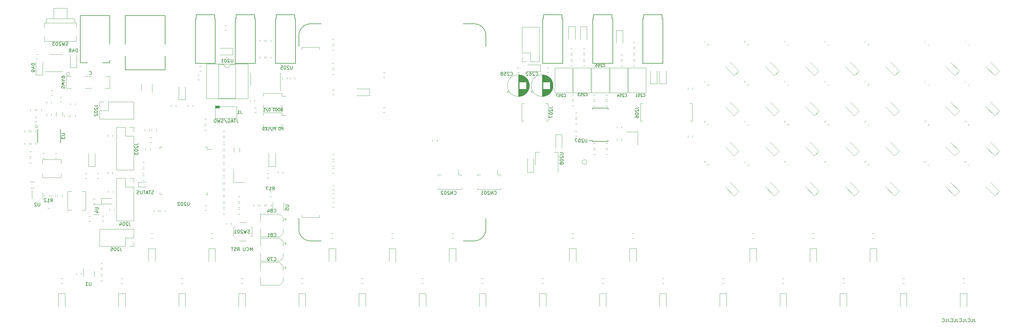
<source format=gbr>
%TF.GenerationSoftware,KiCad,Pcbnew,5.1.5*%
%TF.CreationDate,2020-03-25T20:50:35+01:00*%
%TF.ProjectId,OTTOdiy_SMD,4f54544f-6469-4795-9f53-4d442e6b6963,rev?*%
%TF.SameCoordinates,PX269fb20PYbb65a20*%
%TF.FileFunction,Legend,Bot*%
%TF.FilePolarity,Positive*%
%FSLAX46Y46*%
G04 Gerber Fmt 4.6, Leading zero omitted, Abs format (unit mm)*
G04 Created by KiCad (PCBNEW 5.1.5) date 2020-03-25 20:50:35*
%MOMM*%
%LPD*%
G04 APERTURE LIST*
%ADD10C,0.150000*%
%ADD11C,0.120000*%
%ADD12C,0.152400*%
G04 APERTURE END LIST*
D10*
X286719047Y2247620D02*
X286719047Y1533334D01*
X286766666Y1390477D01*
X286861904Y1295239D01*
X287004761Y1247620D01*
X287100000Y1247620D01*
X285766666Y1247620D02*
X286242857Y1247620D01*
X286242857Y2247620D01*
X284861904Y1342858D02*
X284909523Y1295239D01*
X285052380Y1247620D01*
X285147619Y1247620D01*
X285290476Y1295239D01*
X285385714Y1390477D01*
X285433333Y1485715D01*
X285480952Y1676191D01*
X285480952Y1819048D01*
X285433333Y2009524D01*
X285385714Y2104762D01*
X285290476Y2200000D01*
X285147619Y2247620D01*
X285052380Y2247620D01*
X284909523Y2200000D01*
X284861904Y2152381D01*
X284147619Y2247620D02*
X284147619Y1533334D01*
X284195238Y1390477D01*
X284290476Y1295239D01*
X284433333Y1247620D01*
X284528571Y1247620D01*
X283195238Y1247620D02*
X283671428Y1247620D01*
X283671428Y2247620D01*
X282290476Y1342858D02*
X282338095Y1295239D01*
X282480952Y1247620D01*
X282576190Y1247620D01*
X282719047Y1295239D01*
X282814285Y1390477D01*
X282861904Y1485715D01*
X282909523Y1676191D01*
X282909523Y1819048D01*
X282861904Y2009524D01*
X282814285Y2104762D01*
X282719047Y2200000D01*
X282576190Y2247620D01*
X282480952Y2247620D01*
X282338095Y2200000D01*
X282290476Y2152381D01*
X281576190Y2247620D02*
X281576190Y1533334D01*
X281623809Y1390477D01*
X281719047Y1295239D01*
X281861904Y1247620D01*
X281957142Y1247620D01*
X280623809Y1247620D02*
X281100000Y1247620D01*
X281100000Y2247620D01*
X279719047Y1342858D02*
X279766666Y1295239D01*
X279909523Y1247620D01*
X280004761Y1247620D01*
X280147619Y1295239D01*
X280242857Y1390477D01*
X280290476Y1485715D01*
X280338095Y1676191D01*
X280338095Y1819048D01*
X280290476Y2009524D01*
X280242857Y2104762D01*
X280147619Y2200000D01*
X280004761Y2247620D01*
X279909523Y2247620D01*
X279766666Y2200000D01*
X279719047Y2152381D01*
X279004761Y2247620D02*
X279004761Y1533334D01*
X279052380Y1390477D01*
X279147619Y1295239D01*
X279290476Y1247620D01*
X279385714Y1247620D01*
X278052380Y1247620D02*
X278528571Y1247620D01*
X278528571Y2247620D01*
X277147619Y1342858D02*
X277195238Y1295239D01*
X277338095Y1247620D01*
X277433333Y1247620D01*
X277576190Y1295239D01*
X277671428Y1390477D01*
X277719047Y1485715D01*
X277766666Y1676191D01*
X277766666Y1819048D01*
X277719047Y2009524D01*
X277671428Y2104762D01*
X277576190Y2200000D01*
X277433333Y2247620D01*
X277338095Y2247620D01*
X277195238Y2200000D01*
X277147619Y2152381D01*
X79778571Y58638096D02*
X79778571Y59438096D01*
X79473809Y59438096D01*
X79397619Y59400000D01*
X79359523Y59361905D01*
X79321428Y59285715D01*
X79321428Y59171429D01*
X79359523Y59095239D01*
X79397619Y59057143D01*
X79473809Y59019048D01*
X79778571Y59019048D01*
X78826190Y59438096D02*
X78673809Y59438096D01*
X78597619Y59400000D01*
X78521428Y59323810D01*
X78483333Y59171429D01*
X78483333Y58904762D01*
X78521428Y58752381D01*
X78597619Y58676191D01*
X78673809Y58638096D01*
X78826190Y58638096D01*
X78902380Y58676191D01*
X78978571Y58752381D01*
X79016666Y58904762D01*
X79016666Y59171429D01*
X78978571Y59323810D01*
X78902380Y59400000D01*
X78826190Y59438096D01*
X77530952Y58638096D02*
X77530952Y59438096D01*
X77226190Y59438096D01*
X77150000Y59400000D01*
X77111904Y59361905D01*
X77073809Y59285715D01*
X77073809Y59171429D01*
X77111904Y59095239D01*
X77150000Y59057143D01*
X77226190Y59019048D01*
X77530952Y59019048D01*
X76730952Y58638096D02*
X76730952Y59438096D01*
X75778571Y59476191D02*
X76464285Y58447620D01*
X75130952Y58638096D02*
X75511904Y58638096D01*
X75511904Y59438096D01*
X74864285Y59057143D02*
X74597619Y59057143D01*
X74483333Y58638096D02*
X74864285Y58638096D01*
X74864285Y59438096D01*
X74483333Y59438096D01*
X74140476Y58638096D02*
X74140476Y59438096D01*
X73950000Y59438096D01*
X73835714Y59400000D01*
X73759523Y59323810D01*
X73721428Y59247620D01*
X73683333Y59095239D01*
X73683333Y58980953D01*
X73721428Y58828572D01*
X73759523Y58752381D01*
X73835714Y58676191D01*
X73950000Y58638096D01*
X74140476Y58638096D01*
X79321428Y64807143D02*
X79207142Y64769048D01*
X79169047Y64730953D01*
X79130952Y64654762D01*
X79130952Y64540477D01*
X79169047Y64464286D01*
X79207142Y64426191D01*
X79283333Y64388096D01*
X79588095Y64388096D01*
X79588095Y65188096D01*
X79321428Y65188096D01*
X79245238Y65150000D01*
X79207142Y65111905D01*
X79169047Y65035715D01*
X79169047Y64959524D01*
X79207142Y64883334D01*
X79245238Y64845239D01*
X79321428Y64807143D01*
X79588095Y64807143D01*
X78635714Y65188096D02*
X78483333Y65188096D01*
X78407142Y65150000D01*
X78330952Y65073810D01*
X78292857Y64921429D01*
X78292857Y64654762D01*
X78330952Y64502381D01*
X78407142Y64426191D01*
X78483333Y64388096D01*
X78635714Y64388096D01*
X78711904Y64426191D01*
X78788095Y64502381D01*
X78826190Y64654762D01*
X78826190Y64921429D01*
X78788095Y65073810D01*
X78711904Y65150000D01*
X78635714Y65188096D01*
X77797619Y65188096D02*
X77645238Y65188096D01*
X77569047Y65150000D01*
X77492857Y65073810D01*
X77454761Y64921429D01*
X77454761Y64654762D01*
X77492857Y64502381D01*
X77569047Y64426191D01*
X77645238Y64388096D01*
X77797619Y64388096D01*
X77873809Y64426191D01*
X77950000Y64502381D01*
X77988095Y64654762D01*
X77988095Y64921429D01*
X77950000Y65073810D01*
X77873809Y65150000D01*
X77797619Y65188096D01*
X77226190Y65188096D02*
X76769047Y65188096D01*
X76997619Y64388096D02*
X76997619Y65188096D01*
X75740476Y65188096D02*
X75664285Y65188096D01*
X75588095Y65150000D01*
X75550000Y65111905D01*
X75511904Y65035715D01*
X75473809Y64883334D01*
X75473809Y64692858D01*
X75511904Y64540477D01*
X75550000Y64464286D01*
X75588095Y64426191D01*
X75664285Y64388096D01*
X75740476Y64388096D01*
X75816666Y64426191D01*
X75854761Y64464286D01*
X75892857Y64540477D01*
X75930952Y64692858D01*
X75930952Y64883334D01*
X75892857Y65035715D01*
X75854761Y65111905D01*
X75816666Y65150000D01*
X75740476Y65188096D01*
X74559523Y65226191D02*
X75245238Y64197620D01*
X73873809Y64388096D02*
X74330952Y64388096D01*
X74102380Y64388096D02*
X74102380Y65188096D01*
X74178571Y65073810D01*
X74254761Y64997620D01*
X74330952Y64959524D01*
X65938095Y61947620D02*
X65938095Y61233334D01*
X65985714Y61090477D01*
X66080952Y60995239D01*
X66223809Y60947620D01*
X66319047Y60947620D01*
X65604761Y61947620D02*
X65033333Y61947620D01*
X65319047Y60947620D02*
X65319047Y61947620D01*
X64747619Y61233334D02*
X64271428Y61233334D01*
X64842857Y60947620D02*
X64509523Y61947620D01*
X64176190Y60947620D01*
X63319047Y61900000D02*
X63414285Y61947620D01*
X63557142Y61947620D01*
X63700000Y61900000D01*
X63795238Y61804762D01*
X63842857Y61709524D01*
X63890476Y61519048D01*
X63890476Y61376191D01*
X63842857Y61185715D01*
X63795238Y61090477D01*
X63700000Y60995239D01*
X63557142Y60947620D01*
X63461904Y60947620D01*
X63319047Y60995239D01*
X63271428Y61042858D01*
X63271428Y61376191D01*
X63461904Y61376191D01*
X62128571Y61995239D02*
X62985714Y60709524D01*
X61842857Y60995239D02*
X61700000Y60947620D01*
X61461904Y60947620D01*
X61366666Y60995239D01*
X61319047Y61042858D01*
X61271428Y61138096D01*
X61271428Y61233334D01*
X61319047Y61328572D01*
X61366666Y61376191D01*
X61461904Y61423810D01*
X61652380Y61471429D01*
X61747619Y61519048D01*
X61795238Y61566667D01*
X61842857Y61661905D01*
X61842857Y61757143D01*
X61795238Y61852381D01*
X61747619Y61900000D01*
X61652380Y61947620D01*
X61414285Y61947620D01*
X61271428Y61900000D01*
X60938095Y61947620D02*
X60700000Y60947620D01*
X60509523Y61661905D01*
X60319047Y60947620D01*
X60080952Y61947620D01*
X59700000Y60947620D02*
X59700000Y61947620D01*
X59461904Y61947620D01*
X59319047Y61900000D01*
X59223809Y61804762D01*
X59176190Y61709524D01*
X59128571Y61519048D01*
X59128571Y61376191D01*
X59176190Y61185715D01*
X59223809Y61090477D01*
X59319047Y60995239D01*
X59461904Y60947620D01*
X59700000Y60947620D01*
X40976190Y39595239D02*
X40833333Y39547620D01*
X40595238Y39547620D01*
X40500000Y39595239D01*
X40452380Y39642858D01*
X40404761Y39738096D01*
X40404761Y39833334D01*
X40452380Y39928572D01*
X40500000Y39976191D01*
X40595238Y40023810D01*
X40785714Y40071429D01*
X40880952Y40119048D01*
X40928571Y40166667D01*
X40976190Y40261905D01*
X40976190Y40357143D01*
X40928571Y40452381D01*
X40880952Y40500000D01*
X40785714Y40547620D01*
X40547619Y40547620D01*
X40404761Y40500000D01*
X40119047Y40547620D02*
X39547619Y40547620D01*
X39833333Y39547620D02*
X39833333Y40547620D01*
X39261904Y39833334D02*
X38785714Y39833334D01*
X39357142Y39547620D02*
X39023809Y40547620D01*
X38690476Y39547620D01*
X38500000Y40547620D02*
X37928571Y40547620D01*
X38214285Y39547620D02*
X38214285Y40547620D01*
X37595238Y40547620D02*
X37595238Y39738096D01*
X37547619Y39642858D01*
X37500000Y39595239D01*
X37404761Y39547620D01*
X37214285Y39547620D01*
X37119047Y39595239D01*
X37071428Y39642858D01*
X37023809Y39738096D01*
X37023809Y40547620D01*
X36595238Y39595239D02*
X36452380Y39547620D01*
X36214285Y39547620D01*
X36119047Y39595239D01*
X36071428Y39642858D01*
X36023809Y39738096D01*
X36023809Y39833334D01*
X36071428Y39928572D01*
X36119047Y39976191D01*
X36214285Y40023810D01*
X36404761Y40071429D01*
X36500000Y40119048D01*
X36547619Y40166667D01*
X36595238Y40261905D01*
X36595238Y40357143D01*
X36547619Y40452381D01*
X36500000Y40500000D01*
X36404761Y40547620D01*
X36166666Y40547620D01*
X36023809Y40500000D01*
X70595238Y22547620D02*
X70595238Y23547620D01*
X70261904Y22833334D01*
X69928571Y23547620D01*
X69928571Y22547620D01*
X68880952Y22642858D02*
X68928571Y22595239D01*
X69071428Y22547620D01*
X69166666Y22547620D01*
X69309523Y22595239D01*
X69404761Y22690477D01*
X69452380Y22785715D01*
X69500000Y22976191D01*
X69500000Y23119048D01*
X69452380Y23309524D01*
X69404761Y23404762D01*
X69309523Y23500000D01*
X69166666Y23547620D01*
X69071428Y23547620D01*
X68928571Y23500000D01*
X68880952Y23452381D01*
X68452380Y23547620D02*
X68452380Y22738096D01*
X68404761Y22642858D01*
X68357142Y22595239D01*
X68261904Y22547620D01*
X68071428Y22547620D01*
X67976190Y22595239D01*
X67928571Y22642858D01*
X67880952Y22738096D01*
X67880952Y23547620D01*
X66071428Y22547620D02*
X66404761Y23023810D01*
X66642857Y22547620D02*
X66642857Y23547620D01*
X66261904Y23547620D01*
X66166666Y23500000D01*
X66119047Y23452381D01*
X66071428Y23357143D01*
X66071428Y23214286D01*
X66119047Y23119048D01*
X66166666Y23071429D01*
X66261904Y23023810D01*
X66642857Y23023810D01*
X65690476Y22595239D02*
X65547619Y22547620D01*
X65309523Y22547620D01*
X65214285Y22595239D01*
X65166666Y22642858D01*
X65119047Y22738096D01*
X65119047Y22833334D01*
X65166666Y22928572D01*
X65214285Y22976191D01*
X65309523Y23023810D01*
X65500000Y23071429D01*
X65595238Y23119048D01*
X65642857Y23166667D01*
X65690476Y23261905D01*
X65690476Y23357143D01*
X65642857Y23452381D01*
X65595238Y23500000D01*
X65500000Y23547620D01*
X65261904Y23547620D01*
X65119047Y23500000D01*
X64833333Y23547620D02*
X64261904Y23547620D01*
X64547619Y22547620D02*
X64547619Y23547620D01*
D11*
X76211252Y38790000D02*
X75688748Y38790000D01*
X76211252Y40210000D02*
X75688748Y40210000D01*
X9761252Y35290000D02*
X9238748Y35290000D01*
X9761252Y36710000D02*
X9238748Y36710000D01*
X61788748Y36860000D02*
X62311252Y36860000D01*
X61788748Y35440000D02*
X62311252Y35440000D01*
X163235000Y57322500D02*
X163235000Y53237500D01*
X161365000Y57322500D02*
X163235000Y57322500D01*
X161365000Y53237500D02*
X161365000Y57322500D01*
X152965000Y46052500D02*
X152965000Y50137500D01*
X154835000Y46052500D02*
X152965000Y46052500D01*
X154835000Y50137500D02*
X154835000Y46052500D01*
X162110000Y46100000D02*
X162110000Y52110000D01*
X155290000Y48350000D02*
X155290000Y52110000D01*
X162110000Y52110000D02*
X160850000Y52110000D01*
X155290000Y52110000D02*
X156550000Y52110000D01*
X40610000Y72400000D02*
X40610000Y69950000D01*
X37390000Y70600000D02*
X37390000Y72400000D01*
X56815000Y78475000D02*
X69285000Y78475000D01*
X56815000Y68075000D02*
X56815000Y78475000D01*
X69285000Y68075000D02*
X56815000Y68075000D01*
X69285000Y78475000D02*
X69285000Y68075000D01*
X60515000Y78415000D02*
X62050000Y78415000D01*
X60515000Y68135000D02*
X60515000Y78415000D01*
X65585000Y68135000D02*
X60515000Y68135000D01*
X65585000Y78415000D02*
X65585000Y68135000D01*
X64050000Y78415000D02*
X65585000Y78415000D01*
X62050000Y78415000D02*
G75*
G03X64050000Y78415000I1000000J0D01*
G01*
X15300000Y40300000D02*
X16450000Y40300000D01*
X20700000Y40300000D02*
X19550000Y40300000D01*
X15300000Y34700000D02*
X16450000Y34700000D01*
X20700000Y34700000D02*
X19550000Y34700000D01*
X15300000Y34700000D02*
X15300000Y40300000D01*
X20700000Y34700000D02*
X20700000Y40300000D01*
G36*
X60700000Y66000000D02*
G01*
X59500000Y66000000D01*
X59500000Y65300000D01*
X60700000Y65300000D01*
X60700000Y66000000D01*
G37*
X60700000Y66000000D02*
X59500000Y66000000D01*
X59500000Y65300000D01*
X60700000Y65300000D01*
X60700000Y66000000D01*
X59500000Y62275000D02*
X59500000Y65725000D01*
X65900000Y65725000D02*
X65900000Y62275000D01*
X59500000Y62275000D02*
X65900000Y62275000D01*
X65900000Y65725000D02*
X59500000Y65725000D01*
X165250000Y89700000D02*
X165250000Y85850000D01*
X167250000Y89700000D02*
X167250000Y85850000D01*
X165250000Y89700000D02*
X167250000Y89700000D01*
X156800000Y78250000D02*
X152950000Y78250000D01*
X156800000Y76250000D02*
X152950000Y76250000D01*
X156800000Y78250000D02*
X156800000Y76250000D01*
X179500000Y88600000D02*
X179500000Y84750000D01*
X181500000Y88600000D02*
X181500000Y84750000D01*
X179500000Y88600000D02*
X181500000Y88600000D01*
X168750000Y89700000D02*
X168750000Y85850000D01*
X170750000Y89700000D02*
X170750000Y85850000D01*
X168750000Y89700000D02*
X170750000Y89700000D01*
X191750000Y72550000D02*
X191750000Y76400000D01*
X189750000Y72550000D02*
X189750000Y76400000D01*
X191750000Y72550000D02*
X189750000Y72550000D01*
X194500000Y72550000D02*
X194500000Y76400000D01*
X192500000Y72550000D02*
X192500000Y76400000D01*
X194500000Y72550000D02*
X192500000Y72550000D01*
X26111252Y32935000D02*
X25588748Y32935000D01*
X26111252Y31515000D02*
X25588748Y31515000D01*
X24755000Y33340000D02*
X22995000Y33340000D01*
X22995000Y36410000D02*
X25425000Y36410000D01*
X27790000Y35161252D02*
X27790000Y34638748D01*
X29210000Y35161252D02*
X29210000Y34638748D01*
X25375000Y36575000D02*
X25375000Y38275000D01*
X25375000Y38275000D02*
X28525000Y38275000D01*
X25375000Y36575000D02*
X28525000Y36575000D01*
X23436252Y38110000D02*
X22913748Y38110000D01*
X23436252Y36690000D02*
X22913748Y36690000D01*
X21588748Y31440000D02*
X22111252Y31440000D01*
X21588748Y32860000D02*
X22111252Y32860000D01*
X124512300Y55239648D02*
X124512300Y55762152D01*
X125932300Y55239648D02*
X125932300Y55762152D01*
X182650000Y58200000D02*
X185950000Y58200000D01*
X185950000Y58200000D02*
X185950000Y54200000D01*
X68300000Y43000000D02*
X65000000Y43000000D01*
X65000000Y43000000D02*
X65000000Y47000000D01*
X137942500Y40882000D02*
X137942500Y41332000D01*
X144912500Y40882000D02*
X137942500Y40882000D01*
X144912500Y41332000D02*
X144912500Y40882000D01*
X137942500Y45302000D02*
X138892500Y45302000D01*
X137942500Y44852000D02*
X137942500Y45302000D01*
X143962500Y45302000D02*
X143962500Y46792000D01*
X144912500Y45302000D02*
X143962500Y45302000D01*
X144912500Y44852000D02*
X144912500Y45302000D01*
X80443750Y32391250D02*
X80443750Y31603750D01*
X80837500Y31997500D02*
X80050000Y31997500D01*
X79810000Y27804437D02*
X78745563Y26740000D01*
X79810000Y32495563D02*
X78745563Y33560000D01*
X79810000Y32495563D02*
X79810000Y31210000D01*
X79810000Y27804437D02*
X79810000Y29090000D01*
X78745563Y26740000D02*
X72990000Y26740000D01*
X78745563Y33560000D02*
X72990000Y33560000D01*
X72990000Y33560000D02*
X72990000Y31210000D01*
X72990000Y26740000D02*
X72990000Y29090000D01*
X80443750Y25141250D02*
X80443750Y24353750D01*
X80837500Y24747500D02*
X80050000Y24747500D01*
X79810000Y20554437D02*
X78745563Y19490000D01*
X79810000Y25245563D02*
X78745563Y26310000D01*
X79810000Y25245563D02*
X79810000Y23960000D01*
X79810000Y20554437D02*
X79810000Y21840000D01*
X78745563Y19490000D02*
X72990000Y19490000D01*
X78745563Y26310000D02*
X72990000Y26310000D01*
X72990000Y26310000D02*
X72990000Y23960000D01*
X72990000Y19490000D02*
X72990000Y21840000D01*
X80443750Y17891250D02*
X80443750Y17103750D01*
X80837500Y17497500D02*
X80050000Y17497500D01*
X79810000Y13304437D02*
X78745563Y12240000D01*
X79810000Y17995563D02*
X78745563Y19060000D01*
X79810000Y17995563D02*
X79810000Y16710000D01*
X79810000Y13304437D02*
X79810000Y14590000D01*
X78745563Y12240000D02*
X72990000Y12240000D01*
X78745563Y19060000D02*
X72990000Y19060000D01*
X72990000Y19060000D02*
X72990000Y16710000D01*
X72990000Y12240000D02*
X72990000Y14590000D01*
X154164759Y69846000D02*
X154164759Y70476000D01*
X153849759Y70161000D02*
X154479759Y70161000D01*
X160591000Y71598000D02*
X160591000Y72402000D01*
X160551000Y71367000D02*
X160551000Y72633000D01*
X160511000Y71198000D02*
X160511000Y72802000D01*
X160471000Y71060000D02*
X160471000Y72940000D01*
X160431000Y70941000D02*
X160431000Y73059000D01*
X160391000Y70835000D02*
X160391000Y73165000D01*
X160351000Y70738000D02*
X160351000Y73262000D01*
X160311000Y70650000D02*
X160311000Y73350000D01*
X160271000Y70568000D02*
X160271000Y73432000D01*
X160231000Y70491000D02*
X160231000Y73509000D01*
X160191000Y70419000D02*
X160191000Y73581000D01*
X160151000Y70350000D02*
X160151000Y73650000D01*
X160111000Y70286000D02*
X160111000Y73714000D01*
X160071000Y70224000D02*
X160071000Y73776000D01*
X160031000Y70166000D02*
X160031000Y73834000D01*
X159991000Y70110000D02*
X159991000Y73890000D01*
X159951000Y70056000D02*
X159951000Y73944000D01*
X159911000Y70005000D02*
X159911000Y73995000D01*
X159871000Y69956000D02*
X159871000Y74044000D01*
X159831000Y69908000D02*
X159831000Y74092000D01*
X159791000Y69863000D02*
X159791000Y74137000D01*
X159751000Y69818000D02*
X159751000Y74182000D01*
X159711000Y69776000D02*
X159711000Y74224000D01*
X159671000Y69735000D02*
X159671000Y74265000D01*
X159631000Y73040000D02*
X159631000Y74305000D01*
X159631000Y69695000D02*
X159631000Y70960000D01*
X159591000Y73040000D02*
X159591000Y74343000D01*
X159591000Y69657000D02*
X159591000Y70960000D01*
X159551000Y73040000D02*
X159551000Y74380000D01*
X159551000Y69620000D02*
X159551000Y70960000D01*
X159511000Y73040000D02*
X159511000Y74416000D01*
X159511000Y69584000D02*
X159511000Y70960000D01*
X159471000Y73040000D02*
X159471000Y74450000D01*
X159471000Y69550000D02*
X159471000Y70960000D01*
X159431000Y73040000D02*
X159431000Y74484000D01*
X159431000Y69516000D02*
X159431000Y70960000D01*
X159391000Y73040000D02*
X159391000Y74516000D01*
X159391000Y69484000D02*
X159391000Y70960000D01*
X159351000Y73040000D02*
X159351000Y74548000D01*
X159351000Y69452000D02*
X159351000Y70960000D01*
X159311000Y73040000D02*
X159311000Y74578000D01*
X159311000Y69422000D02*
X159311000Y70960000D01*
X159271000Y73040000D02*
X159271000Y74607000D01*
X159271000Y69393000D02*
X159271000Y70960000D01*
X159231000Y73040000D02*
X159231000Y74636000D01*
X159231000Y69364000D02*
X159231000Y70960000D01*
X159191000Y73040000D02*
X159191000Y74664000D01*
X159191000Y69336000D02*
X159191000Y70960000D01*
X159151000Y73040000D02*
X159151000Y74690000D01*
X159151000Y69310000D02*
X159151000Y70960000D01*
X159111000Y73040000D02*
X159111000Y74716000D01*
X159111000Y69284000D02*
X159111000Y70960000D01*
X159071000Y73040000D02*
X159071000Y74742000D01*
X159071000Y69258000D02*
X159071000Y70960000D01*
X159031000Y73040000D02*
X159031000Y74766000D01*
X159031000Y69234000D02*
X159031000Y70960000D01*
X158991000Y73040000D02*
X158991000Y74790000D01*
X158991000Y69210000D02*
X158991000Y70960000D01*
X158951000Y73040000D02*
X158951000Y74812000D01*
X158951000Y69188000D02*
X158951000Y70960000D01*
X158911000Y73040000D02*
X158911000Y74834000D01*
X158911000Y69166000D02*
X158911000Y70960000D01*
X158871000Y73040000D02*
X158871000Y74856000D01*
X158871000Y69144000D02*
X158871000Y70960000D01*
X158831000Y73040000D02*
X158831000Y74876000D01*
X158831000Y69124000D02*
X158831000Y70960000D01*
X158791000Y73040000D02*
X158791000Y74896000D01*
X158791000Y69104000D02*
X158791000Y70960000D01*
X158751000Y73040000D02*
X158751000Y74916000D01*
X158751000Y69084000D02*
X158751000Y70960000D01*
X158711000Y73040000D02*
X158711000Y74934000D01*
X158711000Y69066000D02*
X158711000Y70960000D01*
X158671000Y73040000D02*
X158671000Y74952000D01*
X158671000Y69048000D02*
X158671000Y70960000D01*
X158631000Y73040000D02*
X158631000Y74970000D01*
X158631000Y69030000D02*
X158631000Y70960000D01*
X158591000Y73040000D02*
X158591000Y74986000D01*
X158591000Y69014000D02*
X158591000Y70960000D01*
X158551000Y73040000D02*
X158551000Y75002000D01*
X158551000Y68998000D02*
X158551000Y70960000D01*
X158511000Y73040000D02*
X158511000Y75018000D01*
X158511000Y68982000D02*
X158511000Y70960000D01*
X158471000Y73040000D02*
X158471000Y75033000D01*
X158471000Y68967000D02*
X158471000Y70960000D01*
X158431000Y73040000D02*
X158431000Y75047000D01*
X158431000Y68953000D02*
X158431000Y70960000D01*
X158391000Y73040000D02*
X158391000Y75061000D01*
X158391000Y68939000D02*
X158391000Y70960000D01*
X158351000Y73040000D02*
X158351000Y75074000D01*
X158351000Y68926000D02*
X158351000Y70960000D01*
X158311000Y73040000D02*
X158311000Y75086000D01*
X158311000Y68914000D02*
X158311000Y70960000D01*
X158271000Y73040000D02*
X158271000Y75098000D01*
X158271000Y68902000D02*
X158271000Y70960000D01*
X158231000Y73040000D02*
X158231000Y75110000D01*
X158231000Y68890000D02*
X158231000Y70960000D01*
X158191000Y73040000D02*
X158191000Y75121000D01*
X158191000Y68879000D02*
X158191000Y70960000D01*
X158151000Y73040000D02*
X158151000Y75131000D01*
X158151000Y68869000D02*
X158151000Y70960000D01*
X158111000Y73040000D02*
X158111000Y75141000D01*
X158111000Y68859000D02*
X158111000Y70960000D01*
X158071000Y73040000D02*
X158071000Y75150000D01*
X158071000Y68850000D02*
X158071000Y70960000D01*
X158030000Y73040000D02*
X158030000Y75159000D01*
X158030000Y68841000D02*
X158030000Y70960000D01*
X157990000Y73040000D02*
X157990000Y75167000D01*
X157990000Y68833000D02*
X157990000Y70960000D01*
X157950000Y73040000D02*
X157950000Y75175000D01*
X157950000Y68825000D02*
X157950000Y70960000D01*
X157910000Y73040000D02*
X157910000Y75182000D01*
X157910000Y68818000D02*
X157910000Y70960000D01*
X157870000Y73040000D02*
X157870000Y75189000D01*
X157870000Y68811000D02*
X157870000Y70960000D01*
X157830000Y73040000D02*
X157830000Y75195000D01*
X157830000Y68805000D02*
X157830000Y70960000D01*
X157790000Y73040000D02*
X157790000Y75201000D01*
X157790000Y68799000D02*
X157790000Y70960000D01*
X157750000Y73040000D02*
X157750000Y75206000D01*
X157750000Y68794000D02*
X157750000Y70960000D01*
X157710000Y73040000D02*
X157710000Y75211000D01*
X157710000Y68789000D02*
X157710000Y70960000D01*
X157670000Y73040000D02*
X157670000Y75215000D01*
X157670000Y68785000D02*
X157670000Y70960000D01*
X157630000Y73040000D02*
X157630000Y75218000D01*
X157630000Y68782000D02*
X157630000Y70960000D01*
X157590000Y73040000D02*
X157590000Y75222000D01*
X157590000Y68778000D02*
X157590000Y70960000D01*
X157550000Y68776000D02*
X157550000Y75224000D01*
X157510000Y68773000D02*
X157510000Y75227000D01*
X157470000Y68772000D02*
X157470000Y75228000D01*
X157430000Y68770000D02*
X157430000Y75230000D01*
X157390000Y68770000D02*
X157390000Y75230000D01*
X157350000Y68770000D02*
X157350000Y75230000D01*
X160620000Y72000000D02*
G75*
G03X160620000Y72000000I-3270000J0D01*
G01*
X147064759Y69846000D02*
X147064759Y70476000D01*
X146749759Y70161000D02*
X147379759Y70161000D01*
X153491000Y71598000D02*
X153491000Y72402000D01*
X153451000Y71367000D02*
X153451000Y72633000D01*
X153411000Y71198000D02*
X153411000Y72802000D01*
X153371000Y71060000D02*
X153371000Y72940000D01*
X153331000Y70941000D02*
X153331000Y73059000D01*
X153291000Y70835000D02*
X153291000Y73165000D01*
X153251000Y70738000D02*
X153251000Y73262000D01*
X153211000Y70650000D02*
X153211000Y73350000D01*
X153171000Y70568000D02*
X153171000Y73432000D01*
X153131000Y70491000D02*
X153131000Y73509000D01*
X153091000Y70419000D02*
X153091000Y73581000D01*
X153051000Y70350000D02*
X153051000Y73650000D01*
X153011000Y70286000D02*
X153011000Y73714000D01*
X152971000Y70224000D02*
X152971000Y73776000D01*
X152931000Y70166000D02*
X152931000Y73834000D01*
X152891000Y70110000D02*
X152891000Y73890000D01*
X152851000Y70056000D02*
X152851000Y73944000D01*
X152811000Y70005000D02*
X152811000Y73995000D01*
X152771000Y69956000D02*
X152771000Y74044000D01*
X152731000Y69908000D02*
X152731000Y74092000D01*
X152691000Y69863000D02*
X152691000Y74137000D01*
X152651000Y69818000D02*
X152651000Y74182000D01*
X152611000Y69776000D02*
X152611000Y74224000D01*
X152571000Y69735000D02*
X152571000Y74265000D01*
X152531000Y73040000D02*
X152531000Y74305000D01*
X152531000Y69695000D02*
X152531000Y70960000D01*
X152491000Y73040000D02*
X152491000Y74343000D01*
X152491000Y69657000D02*
X152491000Y70960000D01*
X152451000Y73040000D02*
X152451000Y74380000D01*
X152451000Y69620000D02*
X152451000Y70960000D01*
X152411000Y73040000D02*
X152411000Y74416000D01*
X152411000Y69584000D02*
X152411000Y70960000D01*
X152371000Y73040000D02*
X152371000Y74450000D01*
X152371000Y69550000D02*
X152371000Y70960000D01*
X152331000Y73040000D02*
X152331000Y74484000D01*
X152331000Y69516000D02*
X152331000Y70960000D01*
X152291000Y73040000D02*
X152291000Y74516000D01*
X152291000Y69484000D02*
X152291000Y70960000D01*
X152251000Y73040000D02*
X152251000Y74548000D01*
X152251000Y69452000D02*
X152251000Y70960000D01*
X152211000Y73040000D02*
X152211000Y74578000D01*
X152211000Y69422000D02*
X152211000Y70960000D01*
X152171000Y73040000D02*
X152171000Y74607000D01*
X152171000Y69393000D02*
X152171000Y70960000D01*
X152131000Y73040000D02*
X152131000Y74636000D01*
X152131000Y69364000D02*
X152131000Y70960000D01*
X152091000Y73040000D02*
X152091000Y74664000D01*
X152091000Y69336000D02*
X152091000Y70960000D01*
X152051000Y73040000D02*
X152051000Y74690000D01*
X152051000Y69310000D02*
X152051000Y70960000D01*
X152011000Y73040000D02*
X152011000Y74716000D01*
X152011000Y69284000D02*
X152011000Y70960000D01*
X151971000Y73040000D02*
X151971000Y74742000D01*
X151971000Y69258000D02*
X151971000Y70960000D01*
X151931000Y73040000D02*
X151931000Y74766000D01*
X151931000Y69234000D02*
X151931000Y70960000D01*
X151891000Y73040000D02*
X151891000Y74790000D01*
X151891000Y69210000D02*
X151891000Y70960000D01*
X151851000Y73040000D02*
X151851000Y74812000D01*
X151851000Y69188000D02*
X151851000Y70960000D01*
X151811000Y73040000D02*
X151811000Y74834000D01*
X151811000Y69166000D02*
X151811000Y70960000D01*
X151771000Y73040000D02*
X151771000Y74856000D01*
X151771000Y69144000D02*
X151771000Y70960000D01*
X151731000Y73040000D02*
X151731000Y74876000D01*
X151731000Y69124000D02*
X151731000Y70960000D01*
X151691000Y73040000D02*
X151691000Y74896000D01*
X151691000Y69104000D02*
X151691000Y70960000D01*
X151651000Y73040000D02*
X151651000Y74916000D01*
X151651000Y69084000D02*
X151651000Y70960000D01*
X151611000Y73040000D02*
X151611000Y74934000D01*
X151611000Y69066000D02*
X151611000Y70960000D01*
X151571000Y73040000D02*
X151571000Y74952000D01*
X151571000Y69048000D02*
X151571000Y70960000D01*
X151531000Y73040000D02*
X151531000Y74970000D01*
X151531000Y69030000D02*
X151531000Y70960000D01*
X151491000Y73040000D02*
X151491000Y74986000D01*
X151491000Y69014000D02*
X151491000Y70960000D01*
X151451000Y73040000D02*
X151451000Y75002000D01*
X151451000Y68998000D02*
X151451000Y70960000D01*
X151411000Y73040000D02*
X151411000Y75018000D01*
X151411000Y68982000D02*
X151411000Y70960000D01*
X151371000Y73040000D02*
X151371000Y75033000D01*
X151371000Y68967000D02*
X151371000Y70960000D01*
X151331000Y73040000D02*
X151331000Y75047000D01*
X151331000Y68953000D02*
X151331000Y70960000D01*
X151291000Y73040000D02*
X151291000Y75061000D01*
X151291000Y68939000D02*
X151291000Y70960000D01*
X151251000Y73040000D02*
X151251000Y75074000D01*
X151251000Y68926000D02*
X151251000Y70960000D01*
X151211000Y73040000D02*
X151211000Y75086000D01*
X151211000Y68914000D02*
X151211000Y70960000D01*
X151171000Y73040000D02*
X151171000Y75098000D01*
X151171000Y68902000D02*
X151171000Y70960000D01*
X151131000Y73040000D02*
X151131000Y75110000D01*
X151131000Y68890000D02*
X151131000Y70960000D01*
X151091000Y73040000D02*
X151091000Y75121000D01*
X151091000Y68879000D02*
X151091000Y70960000D01*
X151051000Y73040000D02*
X151051000Y75131000D01*
X151051000Y68869000D02*
X151051000Y70960000D01*
X151011000Y73040000D02*
X151011000Y75141000D01*
X151011000Y68859000D02*
X151011000Y70960000D01*
X150971000Y73040000D02*
X150971000Y75150000D01*
X150971000Y68850000D02*
X150971000Y70960000D01*
X150930000Y73040000D02*
X150930000Y75159000D01*
X150930000Y68841000D02*
X150930000Y70960000D01*
X150890000Y73040000D02*
X150890000Y75167000D01*
X150890000Y68833000D02*
X150890000Y70960000D01*
X150850000Y73040000D02*
X150850000Y75175000D01*
X150850000Y68825000D02*
X150850000Y70960000D01*
X150810000Y73040000D02*
X150810000Y75182000D01*
X150810000Y68818000D02*
X150810000Y70960000D01*
X150770000Y73040000D02*
X150770000Y75189000D01*
X150770000Y68811000D02*
X150770000Y70960000D01*
X150730000Y73040000D02*
X150730000Y75195000D01*
X150730000Y68805000D02*
X150730000Y70960000D01*
X150690000Y73040000D02*
X150690000Y75201000D01*
X150690000Y68799000D02*
X150690000Y70960000D01*
X150650000Y73040000D02*
X150650000Y75206000D01*
X150650000Y68794000D02*
X150650000Y70960000D01*
X150610000Y73040000D02*
X150610000Y75211000D01*
X150610000Y68789000D02*
X150610000Y70960000D01*
X150570000Y73040000D02*
X150570000Y75215000D01*
X150570000Y68785000D02*
X150570000Y70960000D01*
X150530000Y73040000D02*
X150530000Y75218000D01*
X150530000Y68782000D02*
X150530000Y70960000D01*
X150490000Y73040000D02*
X150490000Y75222000D01*
X150490000Y68778000D02*
X150490000Y70960000D01*
X150450000Y68776000D02*
X150450000Y75224000D01*
X150410000Y68773000D02*
X150410000Y75227000D01*
X150370000Y68772000D02*
X150370000Y75228000D01*
X150330000Y68770000D02*
X150330000Y75230000D01*
X150290000Y68770000D02*
X150290000Y75230000D01*
X150250000Y68770000D02*
X150250000Y75230000D01*
X153520000Y72000000D02*
G75*
G03X153520000Y72000000I-3270000J0D01*
G01*
X94538748Y85960000D02*
X95061252Y85960000D01*
X94538748Y84540000D02*
X95061252Y84540000D01*
X62311252Y56940000D02*
X61788748Y56940000D01*
X62311252Y58360000D02*
X61788748Y58360000D01*
X94538748Y78710000D02*
X95061252Y78710000D01*
X94538748Y77290000D02*
X95061252Y77290000D01*
X94538748Y51360000D02*
X95061252Y51360000D01*
X94538748Y49940000D02*
X95061252Y49940000D01*
X94538748Y84060000D02*
X95061252Y84060000D01*
X94538748Y82640000D02*
X95061252Y82640000D01*
X167238748Y58360000D02*
X167761252Y58360000D01*
X167238748Y56940000D02*
X167761252Y56940000D01*
X94538748Y76810000D02*
X95061252Y76810000D01*
X94538748Y75390000D02*
X95061252Y75390000D01*
X94538748Y49310000D02*
X95061252Y49310000D01*
X94538748Y47890000D02*
X95061252Y47890000D01*
X159261252Y75915000D02*
X158738748Y75915000D01*
X159261252Y77335000D02*
X158738748Y77335000D01*
X166411252Y81690000D02*
X165888748Y81690000D01*
X166411252Y83110000D02*
X165888748Y83110000D01*
X149863748Y77335000D02*
X150386252Y77335000D01*
X149863748Y75915000D02*
X150386252Y75915000D01*
X166761252Y65940000D02*
X166238748Y65940000D01*
X166761252Y67360000D02*
X166238748Y67360000D01*
X166761252Y67840000D02*
X166238748Y67840000D01*
X166761252Y69260000D02*
X166238748Y69260000D01*
X169588748Y79310000D02*
X170111252Y79310000D01*
X169588748Y77890000D02*
X170111252Y77890000D01*
X180888748Y81210000D02*
X181411252Y81210000D01*
X180888748Y79790000D02*
X181411252Y79790000D01*
X169588748Y81210000D02*
X170111252Y81210000D01*
X169588748Y79790000D02*
X170111252Y79790000D01*
X184588748Y83110000D02*
X185111252Y83110000D01*
X184588748Y81690000D02*
X185111252Y81690000D01*
X166411252Y77890000D02*
X165888748Y77890000D01*
X166411252Y79310000D02*
X165888748Y79310000D01*
X169588748Y83110000D02*
X170111252Y83110000D01*
X169588748Y81690000D02*
X170111252Y81690000D01*
X185111252Y79790000D02*
X184588748Y79790000D01*
X185111252Y81210000D02*
X184588748Y81210000D01*
X184588748Y85010000D02*
X185111252Y85010000D01*
X184588748Y83590000D02*
X185111252Y83590000D01*
X63261252Y79140000D02*
X62738748Y79140000D01*
X63261252Y80560000D02*
X62738748Y80560000D01*
X54711252Y73740000D02*
X54188748Y73740000D01*
X54711252Y75160000D02*
X54188748Y75160000D01*
X74740000Y85138748D02*
X74740000Y85661252D01*
X76160000Y85138748D02*
X76160000Y85661252D01*
X72840000Y85138748D02*
X72840000Y85661252D01*
X74260000Y85138748D02*
X74260000Y85661252D01*
X74260000Y80711252D02*
X74260000Y80188748D01*
X72840000Y80711252D02*
X72840000Y80188748D01*
X74740000Y80188748D02*
X74740000Y80711252D01*
X76160000Y80188748D02*
X76160000Y80711252D01*
X25711252Y17390000D02*
X25188748Y17390000D01*
X25711252Y18810000D02*
X25188748Y18810000D01*
X37688748Y47060000D02*
X38211252Y47060000D01*
X37688748Y45640000D02*
X38211252Y45640000D01*
X38211252Y47690000D02*
X37688748Y47690000D01*
X38211252Y49110000D02*
X37688748Y49110000D01*
X95061252Y35690000D02*
X94538748Y35690000D01*
X95061252Y37110000D02*
X94538748Y37110000D01*
X71188748Y65360000D02*
X71711252Y65360000D01*
X71188748Y63940000D02*
X71711252Y63940000D01*
X69840000Y67188748D02*
X69840000Y67711252D01*
X71260000Y67188748D02*
X71260000Y67711252D01*
X95061252Y38240000D02*
X94538748Y38240000D01*
X95061252Y39660000D02*
X94538748Y39660000D01*
X12140000Y38788748D02*
X12140000Y39311252D01*
X13560000Y38788748D02*
X13560000Y39311252D01*
X70940000Y35888748D02*
X70940000Y36411252D01*
X72360000Y35888748D02*
X72360000Y36411252D01*
X66811252Y37340000D02*
X66288748Y37340000D01*
X66811252Y38760000D02*
X66288748Y38760000D01*
X66811252Y35440000D02*
X66288748Y35440000D01*
X66811252Y36860000D02*
X66288748Y36860000D01*
X38211252Y43590000D02*
X37688748Y43590000D01*
X38211252Y45010000D02*
X37688748Y45010000D01*
X25711252Y13590000D02*
X25188748Y13590000D01*
X25711252Y15010000D02*
X25188748Y15010000D01*
X94538748Y47260000D02*
X95061252Y47260000D01*
X94538748Y45840000D02*
X95061252Y45840000D01*
X2390000Y58038748D02*
X2390000Y58561252D01*
X3810000Y58038748D02*
X3810000Y58561252D01*
X5990000Y64438748D02*
X5990000Y64961252D01*
X7410000Y64438748D02*
X7410000Y64961252D01*
X72840000Y35888748D02*
X72840000Y36411252D01*
X74260000Y35888748D02*
X74260000Y36411252D01*
X8990000Y66738748D02*
X8990000Y67261252D01*
X10410000Y66738748D02*
X10410000Y67261252D01*
X4361252Y48890000D02*
X3838748Y48890000D01*
X4361252Y50310000D02*
X3838748Y50310000D01*
X6361252Y79990000D02*
X5838748Y79990000D01*
X6361252Y81410000D02*
X5838748Y81410000D01*
X25188748Y16910000D02*
X25711252Y16910000D01*
X25188748Y15490000D02*
X25711252Y15490000D01*
X10240000Y38788748D02*
X10240000Y39311252D01*
X11660000Y38788748D02*
X11660000Y39311252D01*
X10861252Y69090000D02*
X10338748Y69090000D01*
X10861252Y70510000D02*
X10338748Y70510000D01*
X40390000Y58388748D02*
X40390000Y58911252D01*
X41810000Y58388748D02*
X41810000Y58911252D01*
X39760000Y58911252D02*
X39760000Y58388748D01*
X38340000Y58911252D02*
X38340000Y58388748D01*
X17560000Y66761252D02*
X17560000Y66238748D01*
X16140000Y66761252D02*
X16140000Y66238748D01*
X62311252Y43040000D02*
X61788748Y43040000D01*
X62311252Y44460000D02*
X61788748Y44460000D01*
X95061252Y40790000D02*
X94538748Y40790000D01*
X95061252Y42210000D02*
X94538748Y42210000D01*
X81840000Y73888748D02*
X81840000Y74411252D01*
X83260000Y73888748D02*
X83260000Y74411252D01*
X94538748Y70710000D02*
X95061252Y70710000D01*
X94538748Y69290000D02*
X95061252Y69290000D01*
X181160000Y56111252D02*
X181160000Y55588748D01*
X179740000Y56111252D02*
X179740000Y55588748D01*
X179740000Y59288748D02*
X179740000Y59811252D01*
X181160000Y59288748D02*
X181160000Y59811252D01*
X176338748Y69210000D02*
X176861252Y69210000D01*
X176338748Y67790000D02*
X176861252Y67790000D01*
X200990000Y56588748D02*
X200990000Y57111252D01*
X202410000Y56588748D02*
X202410000Y57111252D01*
X202410000Y71411252D02*
X202410000Y70888748D01*
X200990000Y71411252D02*
X200990000Y70888748D01*
X165888748Y81210000D02*
X166411252Y81210000D01*
X165888748Y79790000D02*
X166411252Y79790000D01*
X180888748Y79310000D02*
X181411252Y79310000D01*
X180888748Y77890000D02*
X181411252Y77890000D01*
X185111252Y77890000D02*
X184588748Y77890000D01*
X185111252Y79310000D02*
X184588748Y79310000D01*
X167238748Y63860000D02*
X167761252Y63860000D01*
X167238748Y62440000D02*
X167761252Y62440000D01*
X176911252Y51390000D02*
X176388748Y51390000D01*
X176911252Y52810000D02*
X176388748Y52810000D01*
X173161252Y67790000D02*
X172638748Y67790000D01*
X173161252Y69210000D02*
X172638748Y69210000D01*
X173211252Y51390000D02*
X172688748Y51390000D01*
X173211252Y52810000D02*
X172688748Y52810000D01*
X27290000Y45588748D02*
X27290000Y46111252D01*
X28710000Y45588748D02*
X28710000Y46111252D01*
X38590000Y52638748D02*
X38590000Y53161252D01*
X40010000Y52638748D02*
X40010000Y53161252D01*
X44410000Y34711252D02*
X44410000Y34188748D01*
X42990000Y34711252D02*
X42990000Y34188748D01*
X61788748Y38760000D02*
X62311252Y38760000D01*
X61788748Y37340000D02*
X62311252Y37340000D01*
X62311252Y55040000D02*
X61788748Y55040000D01*
X62311252Y56460000D02*
X61788748Y56460000D01*
X56761252Y60540000D02*
X56238748Y60540000D01*
X56761252Y61960000D02*
X56238748Y61960000D01*
X61788748Y46510000D02*
X62311252Y46510000D01*
X61788748Y45090000D02*
X62311252Y45090000D01*
X61788748Y48410000D02*
X62311252Y48410000D01*
X61788748Y46990000D02*
X62311252Y46990000D01*
X285186779Y84432687D02*
X284817313Y84063221D01*
X284182687Y85436779D02*
X283813221Y85067313D01*
X273186779Y84432687D02*
X272817313Y84063221D01*
X272182687Y85436779D02*
X271813221Y85067313D01*
X255186779Y84432687D02*
X254817313Y84063221D01*
X254182687Y85436779D02*
X253813221Y85067313D01*
X243186779Y84432687D02*
X242817313Y84063221D01*
X242182687Y85436779D02*
X241813221Y85067313D01*
X231186779Y84432687D02*
X230817313Y84063221D01*
X230182687Y85436779D02*
X229813221Y85067313D01*
X219186779Y84432687D02*
X218817313Y84063221D01*
X218182687Y85436779D02*
X217813221Y85067313D01*
X207186779Y84432687D02*
X206817313Y84063221D01*
X206182687Y85436779D02*
X205813221Y85067313D01*
X62886252Y88490000D02*
X62363748Y88490000D01*
X62886252Y89910000D02*
X62363748Y89910000D01*
X61788748Y52510000D02*
X62311252Y52510000D01*
X61788748Y51090000D02*
X62311252Y51090000D01*
X61788748Y54410000D02*
X62311252Y54410000D01*
X61788748Y52990000D02*
X62311252Y52990000D01*
X2390000Y54338748D02*
X2390000Y54861252D01*
X3810000Y54338748D02*
X3810000Y54861252D01*
X5510000Y64961252D02*
X5510000Y64438748D01*
X4090000Y64961252D02*
X4090000Y64438748D01*
X12061252Y50190000D02*
X11538748Y50190000D01*
X12061252Y51610000D02*
X11538748Y51610000D01*
X16140000Y62538748D02*
X16140000Y63061252D01*
X17560000Y62538748D02*
X17560000Y63061252D01*
X5538748Y62610000D02*
X6061252Y62610000D01*
X5538748Y61190000D02*
X6061252Y61190000D01*
X28885000Y39988748D02*
X28885000Y40511252D01*
X27465000Y39988748D02*
X27465000Y40511252D01*
X76160000Y36411252D02*
X76160000Y35888748D01*
X74740000Y36411252D02*
X74740000Y35888748D01*
X4361252Y50790000D02*
X3838748Y50790000D01*
X4361252Y52210000D02*
X3838748Y52210000D01*
X8361252Y50190000D02*
X7838748Y50190000D01*
X8361252Y51610000D02*
X7838748Y51610000D01*
X12938748Y68610000D02*
X13461252Y68610000D01*
X12938748Y67190000D02*
X13461252Y67190000D01*
X8990000Y63038748D02*
X8990000Y63561252D01*
X10410000Y63038748D02*
X10410000Y63561252D01*
X17940000Y15388748D02*
X17940000Y15911252D01*
X19360000Y15388748D02*
X19360000Y15911252D01*
X8340000Y38788748D02*
X8340000Y39311252D01*
X9760000Y38788748D02*
X9760000Y39311252D01*
X176861252Y65890000D02*
X176338748Y65890000D01*
X176861252Y67310000D02*
X176338748Y67310000D01*
X167761252Y60540000D02*
X167238748Y60540000D01*
X167761252Y61960000D02*
X167238748Y61960000D01*
X172638748Y67310000D02*
X173161252Y67310000D01*
X172638748Y65890000D02*
X173161252Y65890000D01*
X176388748Y54710000D02*
X176911252Y54710000D01*
X176388748Y53290000D02*
X176911252Y53290000D01*
X172688748Y54710000D02*
X173211252Y54710000D01*
X172688748Y53290000D02*
X173211252Y53290000D01*
X79540000Y73888748D02*
X79540000Y74411252D01*
X80960000Y73888748D02*
X80960000Y74411252D01*
X54713748Y77785000D02*
X55236252Y77785000D01*
X54713748Y76365000D02*
X55236252Y76365000D01*
X109738748Y75960000D02*
X110261252Y75960000D01*
X109738748Y74540000D02*
X110261252Y74540000D01*
X110261252Y64040000D02*
X109738748Y64040000D01*
X110261252Y65460000D02*
X109738748Y65460000D01*
X79710000Y46211252D02*
X79710000Y45688748D01*
X78290000Y46211252D02*
X78290000Y45688748D01*
X74988748Y45760000D02*
X75511252Y45760000D01*
X74988748Y44340000D02*
X75511252Y44340000D01*
X52710000Y66211252D02*
X52710000Y65688748D01*
X51290000Y66211252D02*
X51290000Y65688748D01*
X46290000Y65688748D02*
X46290000Y66211252D01*
X47710000Y65688748D02*
X47710000Y66211252D01*
X24088748Y45660000D02*
X24611252Y45660000D01*
X24088748Y44240000D02*
X24611252Y44240000D01*
X20388748Y45660000D02*
X20911252Y45660000D01*
X20388748Y44240000D02*
X20911252Y44240000D01*
X28710000Y57261252D02*
X28710000Y56738748D01*
X27290000Y57261252D02*
X27290000Y56738748D01*
X62311252Y33540000D02*
X61788748Y33540000D01*
X62311252Y34960000D02*
X61788748Y34960000D01*
X66288748Y34960000D02*
X66811252Y34960000D01*
X66288748Y33540000D02*
X66811252Y33540000D01*
X61788748Y40660000D02*
X62311252Y40660000D01*
X61788748Y39240000D02*
X62311252Y39240000D01*
X56761252Y58640000D02*
X56238748Y58640000D01*
X56761252Y60060000D02*
X56238748Y60060000D01*
X40461252Y54990000D02*
X39938748Y54990000D01*
X40461252Y56410000D02*
X39938748Y56410000D01*
X42510000Y34711252D02*
X42510000Y34188748D01*
X41090000Y34711252D02*
X41090000Y34188748D01*
X56288748Y36060000D02*
X56811252Y36060000D01*
X56288748Y34640000D02*
X56811252Y34640000D01*
X61788748Y42560000D02*
X62311252Y42560000D01*
X61788748Y41140000D02*
X62311252Y41140000D01*
X61788748Y50460000D02*
X62311252Y50460000D01*
X61788748Y49040000D02*
X62311252Y49040000D01*
X62790000Y30388748D02*
X62790000Y30911252D01*
X64210000Y30388748D02*
X64210000Y30911252D01*
X285186779Y72432687D02*
X284817313Y72063221D01*
X284182687Y73436779D02*
X283813221Y73067313D01*
X273186779Y72432687D02*
X272817313Y72063221D01*
X272182687Y73436779D02*
X271813221Y73067313D01*
X255186779Y72432687D02*
X254817313Y72063221D01*
X254182687Y73436779D02*
X253813221Y73067313D01*
X243186779Y72432687D02*
X242817313Y72063221D01*
X242182687Y73436779D02*
X241813221Y73067313D01*
X231186779Y72432687D02*
X230817313Y72063221D01*
X230182687Y73436779D02*
X229813221Y73067313D01*
X219186779Y72432687D02*
X218817313Y72063221D01*
X218182687Y73436779D02*
X217813221Y73067313D01*
X207186779Y72432687D02*
X206817313Y72063221D01*
X206182687Y73436779D02*
X205813221Y73067313D01*
X283813221Y61067313D02*
X284182687Y61436779D01*
X284817313Y60063221D02*
X285186779Y60432687D01*
X271813221Y61067313D02*
X272182687Y61436779D01*
X272817313Y60063221D02*
X273186779Y60432687D01*
X253813221Y61067313D02*
X254182687Y61436779D01*
X254817313Y60063221D02*
X255186779Y60432687D01*
X241813221Y61067313D02*
X242182687Y61436779D01*
X242817313Y60063221D02*
X243186779Y60432687D01*
X229813221Y61067313D02*
X230182687Y61436779D01*
X230817313Y60063221D02*
X231186779Y60432687D01*
X217813221Y61067313D02*
X218182687Y61436779D01*
X218817313Y60063221D02*
X219186779Y60432687D01*
X205813221Y61067313D02*
X206182687Y61436779D01*
X206817313Y60063221D02*
X207186779Y60432687D01*
X285186779Y48432687D02*
X284817313Y48063221D01*
X284182687Y49436779D02*
X283813221Y49067313D01*
X273186779Y48432687D02*
X272817313Y48063221D01*
X272182687Y49436779D02*
X271813221Y49067313D01*
X255186779Y48432687D02*
X254817313Y48063221D01*
X254182687Y49436779D02*
X253813221Y49067313D01*
X243186779Y48432687D02*
X242817313Y48063221D01*
X242182687Y49436779D02*
X241813221Y49067313D01*
X231186779Y48432687D02*
X230817313Y48063221D01*
X230182687Y49436779D02*
X229813221Y49067313D01*
X219186779Y48432687D02*
X218817313Y48063221D01*
X218182687Y49436779D02*
X217813221Y49067313D01*
X207186779Y48432687D02*
X206817313Y48063221D01*
X206182687Y49436779D02*
X205813221Y49067313D01*
X256761252Y26290000D02*
X256238748Y26290000D01*
X256761252Y27710000D02*
X256238748Y27710000D01*
X238761252Y26290000D02*
X238238748Y26290000D01*
X238761252Y27710000D02*
X238238748Y27710000D01*
X220761252Y26290000D02*
X220238748Y26290000D01*
X220761252Y27710000D02*
X220238748Y27710000D01*
X184761252Y26290000D02*
X184238748Y26290000D01*
X184761252Y27710000D02*
X184238748Y27710000D01*
X166761252Y26290000D02*
X166238748Y26290000D01*
X166761252Y27710000D02*
X166238748Y27710000D01*
X130761252Y26290000D02*
X130238748Y26290000D01*
X130761252Y27710000D02*
X130238748Y27710000D01*
X112761252Y26290000D02*
X112238748Y26290000D01*
X112761252Y27710000D02*
X112238748Y27710000D01*
X94761252Y26290000D02*
X94238748Y26290000D01*
X94761252Y27710000D02*
X94238748Y27710000D01*
X58761252Y26290000D02*
X58238748Y26290000D01*
X58761252Y27710000D02*
X58238748Y27710000D01*
X40761252Y26290000D02*
X40238748Y26290000D01*
X40761252Y27710000D02*
X40238748Y27710000D01*
X283761252Y12790000D02*
X283238748Y12790000D01*
X283761252Y14210000D02*
X283238748Y14210000D01*
X265761252Y12790000D02*
X265238748Y12790000D01*
X265761252Y14210000D02*
X265238748Y14210000D01*
X247761252Y12790000D02*
X247238748Y12790000D01*
X247761252Y14210000D02*
X247238748Y14210000D01*
X229761252Y12790000D02*
X229238748Y12790000D01*
X229761252Y14210000D02*
X229238748Y14210000D01*
X211761252Y12790000D02*
X211238748Y12790000D01*
X211761252Y14210000D02*
X211238748Y14210000D01*
X193761252Y12790000D02*
X193238748Y12790000D01*
X193761252Y14210000D02*
X193238748Y14210000D01*
X175761252Y12790000D02*
X175238748Y12790000D01*
X175761252Y14210000D02*
X175238748Y14210000D01*
X157761252Y12790000D02*
X157238748Y12790000D01*
X157761252Y14210000D02*
X157238748Y14210000D01*
X139761252Y12790000D02*
X139238748Y12790000D01*
X139761252Y14210000D02*
X139238748Y14210000D01*
X121761252Y12790000D02*
X121238748Y12790000D01*
X121761252Y14210000D02*
X121238748Y14210000D01*
X103761252Y12790000D02*
X103238748Y12790000D01*
X103761252Y14210000D02*
X103238748Y14210000D01*
X85761252Y12790000D02*
X85238748Y12790000D01*
X85761252Y14210000D02*
X85238748Y14210000D01*
X67761252Y12790000D02*
X67238748Y12790000D01*
X67761252Y14210000D02*
X67238748Y14210000D01*
X49761252Y12790000D02*
X49238748Y12790000D01*
X49761252Y14210000D02*
X49238748Y14210000D01*
X31761252Y12790000D02*
X31238748Y12790000D01*
X31761252Y14210000D02*
X31238748Y14210000D01*
X13761252Y12790000D02*
X13238748Y12790000D01*
X13761252Y14210000D02*
X13238748Y14210000D01*
X7750000Y44450000D02*
X7750000Y45600000D01*
X7750000Y49850000D02*
X7750000Y48700000D01*
X13350000Y44450000D02*
X13350000Y45600000D01*
X13350000Y49850000D02*
X13350000Y48700000D01*
X13350000Y44450000D02*
X7750000Y44450000D01*
X13350000Y49850000D02*
X7750000Y49850000D01*
X36465000Y43135000D02*
X38750000Y43135000D01*
X36465000Y41665000D02*
X36465000Y43135000D01*
X38750000Y41665000D02*
X36465000Y41665000D01*
X11890000Y62797936D02*
X11890000Y64002064D01*
X13710000Y62797936D02*
X13710000Y64002064D01*
X4097936Y43160000D02*
X5302064Y43160000D01*
X4097936Y41340000D02*
X5302064Y41340000D01*
X8350000Y85300000D02*
X17850000Y85300000D01*
X8350000Y85300000D02*
X8350000Y86810000D01*
X17850000Y85300000D02*
X17850000Y86810000D01*
X17850000Y90800000D02*
X8350000Y90800000D01*
X8350000Y90800000D02*
X8350000Y89290000D01*
X17850000Y90800000D02*
X17850000Y89290000D01*
X11100000Y92050000D02*
X11100000Y95200000D01*
X15100000Y92050000D02*
X15100000Y95200000D01*
X11100000Y95200000D02*
X15100000Y95200000D01*
X8850000Y92000000D02*
X17350000Y92000000D01*
X17350000Y92000000D02*
X17350000Y90850000D01*
X8850000Y92000000D02*
X8850000Y90850000D01*
X85350000Y32490000D02*
X85350000Y33190000D01*
X90650000Y32490000D02*
X85350000Y32490000D01*
X90650000Y33190000D02*
X90650000Y32490000D01*
X85350000Y83510000D02*
X85350000Y82810000D01*
X90650000Y83510000D02*
X85350000Y83510000D01*
X90650000Y82810000D02*
X90650000Y83510000D01*
D10*
X84500000Y29000000D02*
X84500000Y32250000D01*
X84500000Y83750000D02*
X84500000Y87000000D01*
X133750000Y25500000D02*
X137000000Y25500000D01*
X88000000Y25500000D02*
X91250000Y25500000D01*
X140500000Y29000000D02*
X140500000Y32250000D01*
X140500000Y83750000D02*
X140500000Y87000000D01*
X133750000Y90500000D02*
X137000000Y90500000D01*
X88000000Y90500000D02*
X91250000Y90500000D01*
X137000000Y90500000D02*
G75*
G02X140500000Y87000000I0J-3500000D01*
G01*
X84500000Y87000000D02*
G75*
G02X88000000Y90500000I3500000J0D01*
G01*
X88000000Y25500000D02*
G75*
G02X84500000Y29000000I0J3500000D01*
G01*
X140500000Y29000000D02*
G75*
G02X137000000Y25500000I-3500000J0D01*
G01*
X77750000Y92000000D02*
X77500000Y92000000D01*
X77750000Y93200000D02*
X77750000Y92000000D01*
X83250000Y93200000D02*
X77750000Y93200000D01*
X83250000Y92000000D02*
X83250000Y93200000D01*
X83500000Y92000000D02*
X83250000Y92000000D01*
X83500000Y78700000D02*
X83500000Y92000000D01*
X77500000Y78700000D02*
X83500000Y78700000D01*
X77500000Y92000000D02*
X77500000Y78700000D01*
D11*
X170700000Y49125000D02*
G75*
G03X170700000Y49125000I-700000J0D01*
G01*
X73890000Y60450000D02*
X73890000Y59591000D01*
X79411000Y60450000D02*
X79411000Y59591000D01*
X73890000Y63909000D02*
X73890000Y63050000D01*
X79411000Y63909000D02*
X73890000Y63909000D01*
X79411000Y63909000D02*
X79411000Y63050000D01*
X80601000Y63050000D02*
X79411000Y63050000D01*
X79411000Y59591000D02*
X73890000Y59591000D01*
X73890000Y66200000D02*
X73890000Y65341000D01*
X79411000Y66200000D02*
X79411000Y65341000D01*
X73890000Y69659000D02*
X73890000Y68800000D01*
X79411000Y69659000D02*
X73890000Y69659000D01*
X79411000Y69659000D02*
X79411000Y68800000D01*
X80601000Y68800000D02*
X79411000Y68800000D01*
X79411000Y65341000D02*
X73890000Y65341000D01*
X57110000Y52910000D02*
X58475000Y52910000D01*
X57110000Y53610000D02*
X57110000Y52910000D01*
X56410000Y53610000D02*
X57110000Y53610000D01*
X42890000Y53610000D02*
X42890000Y52910000D01*
X43590000Y53610000D02*
X42890000Y53610000D01*
X57110000Y39390000D02*
X57110000Y40090000D01*
X56410000Y39390000D02*
X57110000Y39390000D01*
X42890000Y39390000D02*
X42890000Y40090000D01*
X43590000Y39390000D02*
X42890000Y39390000D01*
X216262742Y76401472D02*
X213540381Y79123833D01*
X214848528Y74987258D02*
X212126167Y77709619D01*
X216262742Y76401472D02*
X214848528Y74987258D01*
X228262742Y76401472D02*
X225540381Y79123833D01*
X226848528Y74987258D02*
X224126167Y77709619D01*
X228262742Y76401472D02*
X226848528Y74987258D01*
X240262742Y76401472D02*
X237540381Y79123833D01*
X238848528Y74987258D02*
X236126167Y77709619D01*
X240262742Y76401472D02*
X238848528Y74987258D01*
X252262742Y76401472D02*
X249540381Y79123833D01*
X250848528Y74987258D02*
X248126167Y77709619D01*
X252262742Y76401472D02*
X250848528Y74987258D01*
X264262742Y76401472D02*
X261540381Y79123833D01*
X262848528Y74987258D02*
X260126167Y77709619D01*
X264262742Y76401472D02*
X262848528Y74987258D01*
X282262742Y76401472D02*
X279540381Y79123833D01*
X280848528Y74987258D02*
X278126167Y77709619D01*
X282262742Y76401472D02*
X280848528Y74987258D01*
X294262742Y76401472D02*
X291540381Y79123833D01*
X292848528Y74987258D02*
X290126167Y77709619D01*
X294262742Y76401472D02*
X292848528Y74987258D01*
X64950000Y29500000D02*
X64950000Y27000000D01*
X66700000Y31000000D02*
X68700000Y31000000D01*
X70450000Y29500000D02*
X70450000Y27000000D01*
X66700000Y25500000D02*
X68700000Y25500000D01*
X65400000Y29950000D02*
X64950000Y29500000D01*
X65400000Y26550000D02*
X64950000Y27000000D01*
X70000000Y26550000D02*
X70450000Y27000000D01*
X70000000Y29950000D02*
X70450000Y29500000D01*
X66775000Y53425000D02*
X66775000Y52075000D01*
X65025000Y53425000D02*
X65025000Y52075000D01*
D10*
X44500000Y93000000D02*
X44500000Y84400000D01*
X44500000Y76700000D02*
X32500000Y76700000D01*
X32500000Y84400000D02*
X32500000Y93000000D01*
X32500000Y93000000D02*
X44500000Y93000000D01*
X32500000Y76700000D02*
X32500000Y80900000D01*
X44500000Y76700000D02*
X44500000Y80900000D01*
D11*
X151290000Y79180000D02*
X152620000Y79180000D01*
X151290000Y80510000D02*
X151290000Y79180000D01*
X153890000Y79180000D02*
X156490000Y79180000D01*
X153890000Y81780000D02*
X153890000Y79180000D01*
X151290000Y81780000D02*
X153890000Y81780000D01*
X156490000Y79180000D02*
X156490000Y89460000D01*
X151290000Y81780000D02*
X151290000Y89460000D01*
X151290000Y89460000D02*
X156490000Y89460000D01*
D12*
X6271000Y54888002D02*
X6271000Y58911998D01*
X13129000Y58911998D02*
X13129000Y54888002D01*
D11*
X6249210Y59694000D02*
G75*
G03X6249210Y59694000I-359210J0D01*
G01*
X15900000Y75500000D02*
G75*
G03X15900000Y75500000I-500000J0D01*
G01*
X22400000Y74800000D02*
X20400000Y74800000D01*
X20400000Y71200000D02*
X22400000Y71200000D01*
X27900000Y74800000D02*
X26400000Y74800000D01*
X27900000Y71200000D02*
X27900000Y74800000D01*
X26400000Y71200000D02*
X27900000Y71200000D01*
X14900000Y71200000D02*
X16400000Y71200000D01*
X14900000Y74800000D02*
X16400000Y74800000D01*
X14900000Y71200000D02*
X14900000Y74800000D01*
X24820000Y67150000D02*
X24820000Y65820000D01*
X26150000Y67150000D02*
X24820000Y67150000D01*
X24820000Y64550000D02*
X24820000Y61950000D01*
X27420000Y64550000D02*
X24820000Y64550000D01*
X27420000Y67150000D02*
X27420000Y64550000D01*
X24820000Y61950000D02*
X35100000Y61950000D01*
X27420000Y67150000D02*
X35100000Y67150000D01*
X35100000Y67150000D02*
X35100000Y61950000D01*
X79910000Y37000000D02*
X79910000Y34550000D01*
X76690000Y35200000D02*
X76690000Y37000000D01*
X4590000Y38200000D02*
X4590000Y40650000D01*
X7810000Y40000000D02*
X7810000Y38200000D01*
X19990000Y14750000D02*
X19990000Y17200000D01*
X23210000Y16550000D02*
X23210000Y14750000D01*
D10*
X157750000Y92000000D02*
X157500000Y92000000D01*
X157750000Y93200000D02*
X157750000Y92000000D01*
X163250000Y93200000D02*
X157750000Y93200000D01*
X163250000Y92000000D02*
X163250000Y93200000D01*
X163500000Y92000000D02*
X163250000Y92000000D01*
X163500000Y78700000D02*
X163500000Y92000000D01*
X157500000Y78700000D02*
X163500000Y78700000D01*
X157500000Y92000000D02*
X157500000Y78700000D01*
X172750000Y92000000D02*
X172500000Y92000000D01*
X172750000Y93200000D02*
X172750000Y92000000D01*
X178250000Y93200000D02*
X172750000Y93200000D01*
X178250000Y92000000D02*
X178250000Y93200000D01*
X178500000Y92000000D02*
X178250000Y92000000D01*
X178500000Y78700000D02*
X178500000Y92000000D01*
X172500000Y78700000D02*
X178500000Y78700000D01*
X172500000Y92000000D02*
X172500000Y78700000D01*
X187750000Y92000000D02*
X187500000Y92000000D01*
X187750000Y93200000D02*
X187750000Y92000000D01*
X193250000Y93200000D02*
X187750000Y93200000D01*
X193250000Y92000000D02*
X193250000Y93200000D01*
X193500000Y92000000D02*
X193250000Y92000000D01*
X193500000Y78700000D02*
X193500000Y92000000D01*
X187500000Y78700000D02*
X193500000Y78700000D01*
X187500000Y92000000D02*
X187500000Y78700000D01*
X53750000Y92000000D02*
X53500000Y92000000D01*
X53750000Y93200000D02*
X53750000Y92000000D01*
X59250000Y93200000D02*
X53750000Y93200000D01*
X59250000Y92000000D02*
X59250000Y93200000D01*
X59500000Y92000000D02*
X59250000Y92000000D01*
X59500000Y78700000D02*
X59500000Y92000000D01*
X53500000Y78700000D02*
X59500000Y78700000D01*
X53500000Y92000000D02*
X53500000Y78700000D01*
X65750000Y92000000D02*
X65500000Y92000000D01*
X65750000Y93200000D02*
X65750000Y92000000D01*
X71250000Y93200000D02*
X65750000Y93200000D01*
X71250000Y92000000D02*
X71250000Y93200000D01*
X71500000Y92000000D02*
X71250000Y92000000D01*
X71500000Y78700000D02*
X71500000Y92000000D01*
X65500000Y78700000D02*
X71500000Y78700000D01*
X65500000Y92000000D02*
X65500000Y78700000D01*
D11*
X5710000Y58038748D02*
X5710000Y58561252D01*
X4290000Y58038748D02*
X4290000Y58561252D01*
X5710000Y54338748D02*
X5710000Y54861252D01*
X4290000Y54338748D02*
X4290000Y54861252D01*
X15660000Y62538748D02*
X15660000Y63061252D01*
X14240000Y62538748D02*
X14240000Y63061252D01*
X11900000Y76240000D02*
X8450000Y76240000D01*
X11900000Y76240000D02*
X13850000Y76240000D01*
X11900000Y81360000D02*
X9950000Y81360000D01*
X11900000Y81360000D02*
X13850000Y81360000D01*
X159080000Y61350000D02*
X158380000Y61350000D01*
X159080000Y66650000D02*
X159080000Y61350000D01*
X158380000Y66650000D02*
X159080000Y66650000D01*
X151240000Y61350000D02*
X151940000Y61350000D01*
X151240000Y66650000D02*
X151240000Y61350000D01*
X151940000Y66650000D02*
X151240000Y66650000D01*
X187500000Y66650000D02*
X186800000Y66650000D01*
X186800000Y66650000D02*
X186800000Y61350000D01*
X186800000Y61350000D02*
X187500000Y61350000D01*
X201560000Y66650000D02*
X202260000Y66650000D01*
X202260000Y66650000D02*
X202260000Y61350000D01*
X202260000Y61350000D02*
X201560000Y61350000D01*
D10*
X27900000Y93000000D02*
X27900000Y84400000D01*
X19100000Y78800000D02*
X21200000Y78800000D01*
X19100000Y78800000D02*
X19100000Y93000000D01*
X27900000Y78800000D02*
X25800000Y78800000D01*
X27900000Y79600000D02*
X27900000Y78800000D01*
X19100000Y93000000D02*
X27900000Y93000000D01*
D11*
X64750000Y83200000D02*
X60850000Y83200000D01*
X64750000Y81200000D02*
X60850000Y81200000D01*
X64750000Y83200000D02*
X64750000Y81200000D01*
X105700000Y71000000D02*
X101850000Y71000000D01*
X105700000Y69000000D02*
X101850000Y69000000D01*
X105700000Y71000000D02*
X105700000Y69000000D01*
X50500000Y67800000D02*
X50500000Y71650000D01*
X48500000Y67800000D02*
X48500000Y71650000D01*
X50500000Y67800000D02*
X48500000Y67800000D01*
X77500000Y47800000D02*
X77500000Y51650000D01*
X75500000Y47800000D02*
X75500000Y51650000D01*
X77500000Y47800000D02*
X75500000Y47800000D01*
X23500000Y47800000D02*
X23500000Y51650000D01*
X21500000Y47800000D02*
X21500000Y51650000D01*
X23500000Y47800000D02*
X21500000Y47800000D01*
X7800000Y75150000D02*
X7800000Y79050000D01*
X5800000Y75150000D02*
X5800000Y79050000D01*
X7800000Y75150000D02*
X5800000Y75150000D01*
X18000000Y77350000D02*
X18000000Y81200000D01*
X16000000Y77350000D02*
X16000000Y81200000D01*
X18000000Y77350000D02*
X16000000Y77350000D01*
X294262742Y64401472D02*
X291540381Y67123833D01*
X292848528Y62987258D02*
X290126167Y65709619D01*
X294262742Y64401472D02*
X292848528Y62987258D01*
X282262742Y64401472D02*
X279540381Y67123833D01*
X280848528Y62987258D02*
X278126167Y65709619D01*
X282262742Y64401472D02*
X280848528Y62987258D01*
X264262742Y64401472D02*
X261540381Y67123833D01*
X262848528Y62987258D02*
X260126167Y65709619D01*
X264262742Y64401472D02*
X262848528Y62987258D01*
X252262742Y64401472D02*
X249540381Y67123833D01*
X250848528Y62987258D02*
X248126167Y65709619D01*
X252262742Y64401472D02*
X250848528Y62987258D01*
X240262742Y64401472D02*
X237540381Y67123833D01*
X238848528Y62987258D02*
X236126167Y65709619D01*
X240262742Y64401472D02*
X238848528Y62987258D01*
X228262742Y64401472D02*
X225540381Y67123833D01*
X226848528Y62987258D02*
X224126167Y65709619D01*
X228262742Y64401472D02*
X226848528Y62987258D01*
X216262742Y64401472D02*
X213540381Y67123833D01*
X214848528Y62987258D02*
X212126167Y65709619D01*
X216262742Y64401472D02*
X214848528Y62987258D01*
X294262742Y52401472D02*
X291540381Y55123833D01*
X292848528Y50987258D02*
X290126167Y53709619D01*
X294262742Y52401472D02*
X292848528Y50987258D01*
X282262742Y52401472D02*
X279540381Y55123833D01*
X280848528Y50987258D02*
X278126167Y53709619D01*
X282262742Y52401472D02*
X280848528Y50987258D01*
X264262742Y52401472D02*
X261540381Y55123833D01*
X262848528Y50987258D02*
X260126167Y53709619D01*
X264262742Y52401472D02*
X262848528Y50987258D01*
X252262742Y52401472D02*
X249540381Y55123833D01*
X250848528Y50987258D02*
X248126167Y53709619D01*
X252262742Y52401472D02*
X250848528Y50987258D01*
X240262742Y52401472D02*
X237540381Y55123833D01*
X238848528Y50987258D02*
X236126167Y53709619D01*
X240262742Y52401472D02*
X238848528Y50987258D01*
X228262742Y52401472D02*
X225540381Y55123833D01*
X226848528Y50987258D02*
X224126167Y53709619D01*
X228262742Y52401472D02*
X226848528Y50987258D01*
X216262742Y52401472D02*
X213540381Y55123833D01*
X214848528Y50987258D02*
X212126167Y53709619D01*
X216262742Y52401472D02*
X214848528Y50987258D01*
X294262742Y40401472D02*
X291540381Y43123833D01*
X292848528Y38987258D02*
X290126167Y41709619D01*
X294262742Y40401472D02*
X292848528Y38987258D01*
X282262742Y40401472D02*
X279540381Y43123833D01*
X280848528Y38987258D02*
X278126167Y41709619D01*
X282262742Y40401472D02*
X280848528Y38987258D01*
X264262742Y40401472D02*
X261540381Y43123833D01*
X262848528Y38987258D02*
X260126167Y41709619D01*
X264262742Y40401472D02*
X262848528Y38987258D01*
X252262742Y40401472D02*
X249540381Y43123833D01*
X250848528Y38987258D02*
X248126167Y41709619D01*
X252262742Y40401472D02*
X250848528Y38987258D01*
X240262742Y40401472D02*
X237540381Y43123833D01*
X238848528Y38987258D02*
X236126167Y41709619D01*
X240262742Y40401472D02*
X238848528Y38987258D01*
X228262742Y40401472D02*
X225540381Y43123833D01*
X226848528Y38987258D02*
X224126167Y41709619D01*
X228262742Y40401472D02*
X226848528Y38987258D01*
X216262742Y40401472D02*
X213540381Y43123833D01*
X214848528Y38987258D02*
X212126167Y41709619D01*
X216262742Y40401472D02*
X214848528Y38987258D01*
X255500000Y23200000D02*
X255500000Y19350000D01*
X257500000Y23200000D02*
X257500000Y19350000D01*
X255500000Y23200000D02*
X257500000Y23200000D01*
X237500000Y23200000D02*
X237500000Y19350000D01*
X239500000Y23200000D02*
X239500000Y19350000D01*
X237500000Y23200000D02*
X239500000Y23200000D01*
X219500000Y23200000D02*
X219500000Y19350000D01*
X221500000Y23200000D02*
X221500000Y19350000D01*
X219500000Y23200000D02*
X221500000Y23200000D01*
X183500000Y23200000D02*
X183500000Y19350000D01*
X185500000Y23200000D02*
X185500000Y19350000D01*
X183500000Y23200000D02*
X185500000Y23200000D01*
X165500000Y23200000D02*
X165500000Y19350000D01*
X167500000Y23200000D02*
X167500000Y19350000D01*
X165500000Y23200000D02*
X167500000Y23200000D01*
X129500000Y23200000D02*
X129500000Y19350000D01*
X131500000Y23200000D02*
X131500000Y19350000D01*
X129500000Y23200000D02*
X131500000Y23200000D01*
X111500000Y23200000D02*
X111500000Y19350000D01*
X113500000Y23200000D02*
X113500000Y19350000D01*
X111500000Y23200000D02*
X113500000Y23200000D01*
X93500000Y23200000D02*
X93500000Y19350000D01*
X95500000Y23200000D02*
X95500000Y19350000D01*
X93500000Y23200000D02*
X95500000Y23200000D01*
X57500000Y23200000D02*
X57500000Y19350000D01*
X59500000Y23200000D02*
X59500000Y19350000D01*
X57500000Y23200000D02*
X59500000Y23200000D01*
X39500000Y23200000D02*
X39500000Y19350000D01*
X41500000Y23200000D02*
X41500000Y19350000D01*
X39500000Y23200000D02*
X41500000Y23200000D01*
X282500000Y9700000D02*
X282500000Y5850000D01*
X284500000Y9700000D02*
X284500000Y5850000D01*
X282500000Y9700000D02*
X284500000Y9700000D01*
X264500000Y9700000D02*
X264500000Y5850000D01*
X266500000Y9700000D02*
X266500000Y5850000D01*
X264500000Y9700000D02*
X266500000Y9700000D01*
X246500000Y9700000D02*
X246500000Y5850000D01*
X248500000Y9700000D02*
X248500000Y5850000D01*
X246500000Y9700000D02*
X248500000Y9700000D01*
X228500000Y9700000D02*
X228500000Y5850000D01*
X230500000Y9700000D02*
X230500000Y5850000D01*
X228500000Y9700000D02*
X230500000Y9700000D01*
X210500000Y9700000D02*
X210500000Y5850000D01*
X212500000Y9700000D02*
X212500000Y5850000D01*
X210500000Y9700000D02*
X212500000Y9700000D01*
X192500000Y9700000D02*
X192500000Y5850000D01*
X194500000Y9700000D02*
X194500000Y5850000D01*
X192500000Y9700000D02*
X194500000Y9700000D01*
X174500000Y9700000D02*
X174500000Y5850000D01*
X176500000Y9700000D02*
X176500000Y5850000D01*
X174500000Y9700000D02*
X176500000Y9700000D01*
X156500000Y9700000D02*
X156500000Y5850000D01*
X158500000Y9700000D02*
X158500000Y5850000D01*
X156500000Y9700000D02*
X158500000Y9700000D01*
X138500000Y9700000D02*
X138500000Y5850000D01*
X140500000Y9700000D02*
X140500000Y5850000D01*
X138500000Y9700000D02*
X140500000Y9700000D01*
X120500000Y9700000D02*
X120500000Y5850000D01*
X122500000Y9700000D02*
X122500000Y5850000D01*
X120500000Y9700000D02*
X122500000Y9700000D01*
X102500000Y9700000D02*
X102500000Y5850000D01*
X104500000Y9700000D02*
X104500000Y5850000D01*
X102500000Y9700000D02*
X104500000Y9700000D01*
X84500000Y9700000D02*
X84500000Y5850000D01*
X86500000Y9700000D02*
X86500000Y5850000D01*
X84500000Y9700000D02*
X86500000Y9700000D01*
X66500000Y9700000D02*
X66500000Y5850000D01*
X68500000Y9700000D02*
X68500000Y5850000D01*
X66500000Y9700000D02*
X68500000Y9700000D01*
X48500000Y9700000D02*
X48500000Y5850000D01*
X50500000Y9700000D02*
X50500000Y5850000D01*
X48500000Y9700000D02*
X50500000Y9700000D01*
X30500000Y9700000D02*
X30500000Y5850000D01*
X32500000Y9700000D02*
X32500000Y5850000D01*
X30500000Y9700000D02*
X32500000Y9700000D01*
X12500000Y9700000D02*
X12500000Y5850000D01*
X14500000Y9700000D02*
X14500000Y5850000D01*
X12500000Y9700000D02*
X14500000Y9700000D01*
X126182300Y40882000D02*
X126182300Y41332000D01*
X133152300Y40882000D02*
X126182300Y40882000D01*
X133152300Y41332000D02*
X133152300Y40882000D01*
X126182300Y45302000D02*
X127132300Y45302000D01*
X126182300Y44852000D02*
X126182300Y45302000D01*
X132202300Y45302000D02*
X132202300Y46792000D01*
X133152300Y45302000D02*
X132202300Y45302000D01*
X133152300Y44852000D02*
X133152300Y45302000D01*
X166370000Y69830000D02*
X166370000Y77270000D01*
X161130000Y69830000D02*
X161130000Y77270000D01*
X166370000Y69830000D02*
X161130000Y69830000D01*
X166370000Y77270000D02*
X161130000Y77270000D01*
X172130000Y77270000D02*
X172130000Y69830000D01*
X177370000Y77270000D02*
X177370000Y69830000D01*
X172130000Y77270000D02*
X177370000Y77270000D01*
X172130000Y69830000D02*
X177370000Y69830000D01*
X182870000Y69830000D02*
X182870000Y77270000D01*
X177630000Y69830000D02*
X177630000Y77270000D01*
X182870000Y69830000D02*
X177630000Y69830000D01*
X182870000Y77270000D02*
X177630000Y77270000D01*
X166630000Y77270000D02*
X166630000Y69830000D01*
X171870000Y77270000D02*
X171870000Y69830000D01*
X166630000Y77270000D02*
X171870000Y77270000D01*
X166630000Y69830000D02*
X171870000Y69830000D01*
X188370000Y69830000D02*
X188370000Y77270000D01*
X183130000Y69830000D02*
X183130000Y77270000D01*
X188370000Y69830000D02*
X183130000Y69830000D01*
X188370000Y77270000D02*
X183130000Y77270000D01*
X78935000Y73900000D02*
X78935000Y70450000D01*
X78935000Y73900000D02*
X78935000Y75850000D01*
X70065000Y73900000D02*
X70065000Y71950000D01*
X70065000Y73900000D02*
X70065000Y75850000D01*
X35100000Y23850000D02*
X35100000Y25180000D01*
X33770000Y23850000D02*
X35100000Y23850000D01*
X35100000Y26450000D02*
X35100000Y29050000D01*
X32500000Y26450000D02*
X35100000Y26450000D01*
X32500000Y23850000D02*
X32500000Y26450000D01*
X35100000Y29050000D02*
X24820000Y29050000D01*
X32500000Y23850000D02*
X24820000Y23850000D01*
X24820000Y23850000D02*
X24820000Y29050000D01*
X35100000Y44290000D02*
X33770000Y44290000D01*
X35100000Y42960000D02*
X35100000Y44290000D01*
X32500000Y44290000D02*
X29900000Y44290000D01*
X32500000Y41690000D02*
X32500000Y44290000D01*
X35100000Y41690000D02*
X32500000Y41690000D01*
X29900000Y44290000D02*
X29900000Y31470000D01*
X35100000Y41690000D02*
X35100000Y31470000D01*
X35100000Y31470000D02*
X29900000Y31470000D01*
X35100000Y59530000D02*
X33770000Y59530000D01*
X35100000Y58200000D02*
X35100000Y59530000D01*
X32500000Y59530000D02*
X29900000Y59530000D01*
X32500000Y56930000D02*
X32500000Y59530000D01*
X35100000Y56930000D02*
X32500000Y56930000D01*
X29900000Y59530000D02*
X29900000Y46710000D01*
X35100000Y56930000D02*
X35100000Y46710000D01*
X35100000Y46710000D02*
X29900000Y46710000D01*
D10*
X172425000Y55550000D02*
X171350000Y55550000D01*
X172425000Y65275000D02*
X177075000Y65275000D01*
X172425000Y55325000D02*
X177075000Y55325000D01*
X172425000Y65275000D02*
X172425000Y64950000D01*
X177075000Y65275000D02*
X177075000Y64950000D01*
X177075000Y55325000D02*
X177075000Y55650000D01*
X172425000Y55325000D02*
X172425000Y55550000D01*
X76592857Y40697620D02*
X76926190Y41173810D01*
X77164285Y40697620D02*
X77164285Y41697620D01*
X76783333Y41697620D01*
X76688095Y41650000D01*
X76640476Y41602381D01*
X76592857Y41507143D01*
X76592857Y41364286D01*
X76640476Y41269048D01*
X76688095Y41221429D01*
X76783333Y41173810D01*
X77164285Y41173810D01*
X75640476Y40697620D02*
X76211904Y40697620D01*
X75926190Y40697620D02*
X75926190Y41697620D01*
X76021428Y41554762D01*
X76116666Y41459524D01*
X76211904Y41411905D01*
X75307142Y41697620D02*
X74640476Y41697620D01*
X75069047Y40697620D01*
X10142857Y37197620D02*
X10476190Y37673810D01*
X10714285Y37197620D02*
X10714285Y38197620D01*
X10333333Y38197620D01*
X10238095Y38150000D01*
X10190476Y38102381D01*
X10142857Y38007143D01*
X10142857Y37864286D01*
X10190476Y37769048D01*
X10238095Y37721429D01*
X10333333Y37673810D01*
X10714285Y37673810D01*
X9190476Y37197620D02*
X9761904Y37197620D01*
X9476190Y37197620D02*
X9476190Y38197620D01*
X9571428Y38054762D01*
X9666666Y37959524D01*
X9761904Y37911905D01*
X8809523Y38102381D02*
X8761904Y38150000D01*
X8666666Y38197620D01*
X8428571Y38197620D01*
X8333333Y38150000D01*
X8285714Y38102381D01*
X8238095Y38007143D01*
X8238095Y37911905D01*
X8285714Y37769048D01*
X8857142Y37197620D01*
X8238095Y37197620D01*
X162652380Y51914286D02*
X163461904Y51914286D01*
X163557142Y51866667D01*
X163604761Y51819048D01*
X163652380Y51723810D01*
X163652380Y51533334D01*
X163604761Y51438096D01*
X163557142Y51390477D01*
X163461904Y51342858D01*
X162652380Y51342858D01*
X162747619Y50914286D02*
X162700000Y50866667D01*
X162652380Y50771429D01*
X162652380Y50533334D01*
X162700000Y50438096D01*
X162747619Y50390477D01*
X162842857Y50342858D01*
X162938095Y50342858D01*
X163080952Y50390477D01*
X163652380Y50961905D01*
X163652380Y50342858D01*
X162652380Y49723810D02*
X162652380Y49628572D01*
X162700000Y49533334D01*
X162747619Y49485715D01*
X162842857Y49438096D01*
X163033333Y49390477D01*
X163271428Y49390477D01*
X163461904Y49438096D01*
X163557142Y49485715D01*
X163604761Y49533334D01*
X163652380Y49628572D01*
X163652380Y49723810D01*
X163604761Y49819048D01*
X163557142Y49866667D01*
X163461904Y49914286D01*
X163271428Y49961905D01*
X163033333Y49961905D01*
X162842857Y49914286D01*
X162747619Y49866667D01*
X162700000Y49819048D01*
X162652380Y49723810D01*
X163080952Y48819048D02*
X163033333Y48914286D01*
X162985714Y48961905D01*
X162890476Y49009524D01*
X162842857Y49009524D01*
X162747619Y48961905D01*
X162700000Y48914286D01*
X162652380Y48819048D01*
X162652380Y48628572D01*
X162700000Y48533334D01*
X162747619Y48485715D01*
X162842857Y48438096D01*
X162890476Y48438096D01*
X162985714Y48485715D01*
X163033333Y48533334D01*
X163080952Y48628572D01*
X163080952Y48819048D01*
X163128571Y48914286D01*
X163176190Y48961905D01*
X163271428Y49009524D01*
X163461904Y49009524D01*
X163557142Y48961905D01*
X163604761Y48914286D01*
X163652380Y48819048D01*
X163652380Y48628572D01*
X163604761Y48533334D01*
X163557142Y48485715D01*
X163461904Y48438096D01*
X163271428Y48438096D01*
X163176190Y48485715D01*
X163128571Y48533334D01*
X163080952Y48628572D01*
X64764285Y79962620D02*
X64764285Y79153096D01*
X64716666Y79057858D01*
X64669047Y79010239D01*
X64573809Y78962620D01*
X64383333Y78962620D01*
X64288095Y79010239D01*
X64240476Y79057858D01*
X64192857Y79153096D01*
X64192857Y79962620D01*
X63764285Y79867381D02*
X63716666Y79915000D01*
X63621428Y79962620D01*
X63383333Y79962620D01*
X63288095Y79915000D01*
X63240476Y79867381D01*
X63192857Y79772143D01*
X63192857Y79676905D01*
X63240476Y79534048D01*
X63811904Y78962620D01*
X63192857Y78962620D01*
X62573809Y79962620D02*
X62478571Y79962620D01*
X62383333Y79915000D01*
X62335714Y79867381D01*
X62288095Y79772143D01*
X62240476Y79581667D01*
X62240476Y79343572D01*
X62288095Y79153096D01*
X62335714Y79057858D01*
X62383333Y79010239D01*
X62478571Y78962620D01*
X62573809Y78962620D01*
X62669047Y79010239D01*
X62716666Y79057858D01*
X62764285Y79153096D01*
X62811904Y79343572D01*
X62811904Y79581667D01*
X62764285Y79772143D01*
X62716666Y79867381D01*
X62669047Y79915000D01*
X62573809Y79962620D01*
X61288095Y78962620D02*
X61859523Y78962620D01*
X61573809Y78962620D02*
X61573809Y79962620D01*
X61669047Y79819762D01*
X61764285Y79724524D01*
X61859523Y79676905D01*
X67083333Y64547620D02*
X67083333Y63833334D01*
X67130952Y63690477D01*
X67226190Y63595239D01*
X67369047Y63547620D01*
X67464285Y63547620D01*
X66083333Y63547620D02*
X66654761Y63547620D01*
X66369047Y63547620D02*
X66369047Y64547620D01*
X66464285Y64404762D01*
X66559523Y64309524D01*
X66654761Y64261905D01*
X23452380Y35511905D02*
X24261904Y35511905D01*
X24357142Y35464286D01*
X24404761Y35416667D01*
X24452380Y35321429D01*
X24452380Y35130953D01*
X24404761Y35035715D01*
X24357142Y34988096D01*
X24261904Y34940477D01*
X23452380Y34940477D01*
X23785714Y34035715D02*
X24452380Y34035715D01*
X23404761Y34273810D02*
X24119047Y34511905D01*
X24119047Y33892858D01*
X142995357Y39509858D02*
X143042976Y39462239D01*
X143185833Y39414620D01*
X143281071Y39414620D01*
X143423928Y39462239D01*
X143519166Y39557477D01*
X143566785Y39652715D01*
X143614404Y39843191D01*
X143614404Y39986048D01*
X143566785Y40176524D01*
X143519166Y40271762D01*
X143423928Y40367000D01*
X143281071Y40414620D01*
X143185833Y40414620D01*
X143042976Y40367000D01*
X142995357Y40319381D01*
X142566785Y39414620D02*
X142566785Y40414620D01*
X141995357Y39414620D01*
X141995357Y40414620D01*
X141566785Y40319381D02*
X141519166Y40367000D01*
X141423928Y40414620D01*
X141185833Y40414620D01*
X141090595Y40367000D01*
X141042976Y40319381D01*
X140995357Y40224143D01*
X140995357Y40128905D01*
X141042976Y39986048D01*
X141614404Y39414620D01*
X140995357Y39414620D01*
X140376309Y40414620D02*
X140281071Y40414620D01*
X140185833Y40367000D01*
X140138214Y40319381D01*
X140090595Y40224143D01*
X140042976Y40033667D01*
X140042976Y39795572D01*
X140090595Y39605096D01*
X140138214Y39509858D01*
X140185833Y39462239D01*
X140281071Y39414620D01*
X140376309Y39414620D01*
X140471547Y39462239D01*
X140519166Y39509858D01*
X140566785Y39605096D01*
X140614404Y39795572D01*
X140614404Y40033667D01*
X140566785Y40224143D01*
X140519166Y40319381D01*
X140471547Y40367000D01*
X140376309Y40414620D01*
X139090595Y39414620D02*
X139662023Y39414620D01*
X139376309Y39414620D02*
X139376309Y40414620D01*
X139471547Y40271762D01*
X139566785Y40176524D01*
X139662023Y40128905D01*
X77042857Y34142858D02*
X77090476Y34095239D01*
X77233333Y34047620D01*
X77328571Y34047620D01*
X77471428Y34095239D01*
X77566666Y34190477D01*
X77614285Y34285715D01*
X77661904Y34476191D01*
X77661904Y34619048D01*
X77614285Y34809524D01*
X77566666Y34904762D01*
X77471428Y35000000D01*
X77328571Y35047620D01*
X77233333Y35047620D01*
X77090476Y35000000D01*
X77042857Y34952381D01*
X76471428Y34619048D02*
X76566666Y34666667D01*
X76614285Y34714286D01*
X76661904Y34809524D01*
X76661904Y34857143D01*
X76614285Y34952381D01*
X76566666Y35000000D01*
X76471428Y35047620D01*
X76280952Y35047620D01*
X76185714Y35000000D01*
X76138095Y34952381D01*
X76090476Y34857143D01*
X76090476Y34809524D01*
X76138095Y34714286D01*
X76185714Y34666667D01*
X76280952Y34619048D01*
X76471428Y34619048D01*
X76566666Y34571429D01*
X76614285Y34523810D01*
X76661904Y34428572D01*
X76661904Y34238096D01*
X76614285Y34142858D01*
X76566666Y34095239D01*
X76471428Y34047620D01*
X76280952Y34047620D01*
X76185714Y34095239D01*
X76138095Y34142858D01*
X76090476Y34238096D01*
X76090476Y34428572D01*
X76138095Y34523810D01*
X76185714Y34571429D01*
X76280952Y34619048D01*
X75233333Y34714286D02*
X75233333Y34047620D01*
X75471428Y35095239D02*
X75709523Y34380953D01*
X75090476Y34380953D01*
X77042857Y26892858D02*
X77090476Y26845239D01*
X77233333Y26797620D01*
X77328571Y26797620D01*
X77471428Y26845239D01*
X77566666Y26940477D01*
X77614285Y27035715D01*
X77661904Y27226191D01*
X77661904Y27369048D01*
X77614285Y27559524D01*
X77566666Y27654762D01*
X77471428Y27750000D01*
X77328571Y27797620D01*
X77233333Y27797620D01*
X77090476Y27750000D01*
X77042857Y27702381D01*
X76471428Y27369048D02*
X76566666Y27416667D01*
X76614285Y27464286D01*
X76661904Y27559524D01*
X76661904Y27607143D01*
X76614285Y27702381D01*
X76566666Y27750000D01*
X76471428Y27797620D01*
X76280952Y27797620D01*
X76185714Y27750000D01*
X76138095Y27702381D01*
X76090476Y27607143D01*
X76090476Y27559524D01*
X76138095Y27464286D01*
X76185714Y27416667D01*
X76280952Y27369048D01*
X76471428Y27369048D01*
X76566666Y27321429D01*
X76614285Y27273810D01*
X76661904Y27178572D01*
X76661904Y26988096D01*
X76614285Y26892858D01*
X76566666Y26845239D01*
X76471428Y26797620D01*
X76280952Y26797620D01*
X76185714Y26845239D01*
X76138095Y26892858D01*
X76090476Y26988096D01*
X76090476Y27178572D01*
X76138095Y27273810D01*
X76185714Y27321429D01*
X76280952Y27369048D01*
X75138095Y26797620D02*
X75709523Y26797620D01*
X75423809Y26797620D02*
X75423809Y27797620D01*
X75519047Y27654762D01*
X75614285Y27559524D01*
X75709523Y27511905D01*
X77042857Y19642858D02*
X77090476Y19595239D01*
X77233333Y19547620D01*
X77328571Y19547620D01*
X77471428Y19595239D01*
X77566666Y19690477D01*
X77614285Y19785715D01*
X77661904Y19976191D01*
X77661904Y20119048D01*
X77614285Y20309524D01*
X77566666Y20404762D01*
X77471428Y20500000D01*
X77328571Y20547620D01*
X77233333Y20547620D01*
X77090476Y20500000D01*
X77042857Y20452381D01*
X76709523Y20547620D02*
X76042857Y20547620D01*
X76471428Y19547620D01*
X75614285Y19547620D02*
X75423809Y19547620D01*
X75328571Y19595239D01*
X75280952Y19642858D01*
X75185714Y19785715D01*
X75138095Y19976191D01*
X75138095Y20357143D01*
X75185714Y20452381D01*
X75233333Y20500000D01*
X75328571Y20547620D01*
X75519047Y20547620D01*
X75614285Y20500000D01*
X75661904Y20452381D01*
X75709523Y20357143D01*
X75709523Y20119048D01*
X75661904Y20023810D01*
X75614285Y19976191D01*
X75519047Y19928572D01*
X75328571Y19928572D01*
X75233333Y19976191D01*
X75185714Y20023810D01*
X75138095Y20119048D01*
X155369047Y75142858D02*
X155416666Y75095239D01*
X155559523Y75047620D01*
X155654761Y75047620D01*
X155797619Y75095239D01*
X155892857Y75190477D01*
X155940476Y75285715D01*
X155988095Y75476191D01*
X155988095Y75619048D01*
X155940476Y75809524D01*
X155892857Y75904762D01*
X155797619Y76000000D01*
X155654761Y76047620D01*
X155559523Y76047620D01*
X155416666Y76000000D01*
X155369047Y75952381D01*
X154988095Y75952381D02*
X154940476Y76000000D01*
X154845238Y76047620D01*
X154607142Y76047620D01*
X154511904Y76000000D01*
X154464285Y75952381D01*
X154416666Y75857143D01*
X154416666Y75761905D01*
X154464285Y75619048D01*
X155035714Y75047620D01*
X154416666Y75047620D01*
X153559523Y76047620D02*
X153750000Y76047620D01*
X153845238Y76000000D01*
X153892857Y75952381D01*
X153988095Y75809524D01*
X154035714Y75619048D01*
X154035714Y75238096D01*
X153988095Y75142858D01*
X153940476Y75095239D01*
X153845238Y75047620D01*
X153654761Y75047620D01*
X153559523Y75095239D01*
X153511904Y75142858D01*
X153464285Y75238096D01*
X153464285Y75476191D01*
X153511904Y75571429D01*
X153559523Y75619048D01*
X153654761Y75666667D01*
X153845238Y75666667D01*
X153940476Y75619048D01*
X153988095Y75571429D01*
X154035714Y75476191D01*
X153083333Y75952381D02*
X153035714Y76000000D01*
X152940476Y76047620D01*
X152702380Y76047620D01*
X152607142Y76000000D01*
X152559523Y75952381D01*
X152511904Y75857143D01*
X152511904Y75761905D01*
X152559523Y75619048D01*
X153130952Y75047620D01*
X152511904Y75047620D01*
X147869047Y75142858D02*
X147916666Y75095239D01*
X148059523Y75047620D01*
X148154761Y75047620D01*
X148297619Y75095239D01*
X148392857Y75190477D01*
X148440476Y75285715D01*
X148488095Y75476191D01*
X148488095Y75619048D01*
X148440476Y75809524D01*
X148392857Y75904762D01*
X148297619Y76000000D01*
X148154761Y76047620D01*
X148059523Y76047620D01*
X147916666Y76000000D01*
X147869047Y75952381D01*
X147488095Y75952381D02*
X147440476Y76000000D01*
X147345238Y76047620D01*
X147107142Y76047620D01*
X147011904Y76000000D01*
X146964285Y75952381D01*
X146916666Y75857143D01*
X146916666Y75761905D01*
X146964285Y75619048D01*
X147535714Y75047620D01*
X146916666Y75047620D01*
X146011904Y76047620D02*
X146488095Y76047620D01*
X146535714Y75571429D01*
X146488095Y75619048D01*
X146392857Y75666667D01*
X146154761Y75666667D01*
X146059523Y75619048D01*
X146011904Y75571429D01*
X145964285Y75476191D01*
X145964285Y75238096D01*
X146011904Y75142858D01*
X146059523Y75095239D01*
X146154761Y75047620D01*
X146392857Y75047620D01*
X146488095Y75095239D01*
X146535714Y75142858D01*
X145392857Y75619048D02*
X145488095Y75666667D01*
X145535714Y75714286D01*
X145583333Y75809524D01*
X145583333Y75857143D01*
X145535714Y75952381D01*
X145488095Y76000000D01*
X145392857Y76047620D01*
X145202380Y76047620D01*
X145107142Y76000000D01*
X145059523Y75952381D01*
X145011904Y75857143D01*
X145011904Y75809524D01*
X145059523Y75714286D01*
X145107142Y75666667D01*
X145202380Y75619048D01*
X145392857Y75619048D01*
X145488095Y75571429D01*
X145535714Y75523810D01*
X145583333Y75428572D01*
X145583333Y75238096D01*
X145535714Y75142858D01*
X145488095Y75095239D01*
X145392857Y75047620D01*
X145202380Y75047620D01*
X145107142Y75095239D01*
X145059523Y75142858D01*
X145011904Y75238096D01*
X145011904Y75428572D01*
X145059523Y75523810D01*
X145107142Y75571429D01*
X145202380Y75619048D01*
X15360714Y84045239D02*
X15217857Y83997620D01*
X14979761Y83997620D01*
X14884523Y84045239D01*
X14836904Y84092858D01*
X14789285Y84188096D01*
X14789285Y84283334D01*
X14836904Y84378572D01*
X14884523Y84426191D01*
X14979761Y84473810D01*
X15170238Y84521429D01*
X15265476Y84569048D01*
X15313095Y84616667D01*
X15360714Y84711905D01*
X15360714Y84807143D01*
X15313095Y84902381D01*
X15265476Y84950000D01*
X15170238Y84997620D01*
X14932142Y84997620D01*
X14789285Y84950000D01*
X14455952Y84997620D02*
X14217857Y83997620D01*
X14027380Y84711905D01*
X13836904Y83997620D01*
X13598809Y84997620D01*
X13265476Y84902381D02*
X13217857Y84950000D01*
X13122619Y84997620D01*
X12884523Y84997620D01*
X12789285Y84950000D01*
X12741666Y84902381D01*
X12694047Y84807143D01*
X12694047Y84711905D01*
X12741666Y84569048D01*
X13313095Y83997620D01*
X12694047Y83997620D01*
X12075000Y84997620D02*
X11979761Y84997620D01*
X11884523Y84950000D01*
X11836904Y84902381D01*
X11789285Y84807143D01*
X11741666Y84616667D01*
X11741666Y84378572D01*
X11789285Y84188096D01*
X11836904Y84092858D01*
X11884523Y84045239D01*
X11979761Y83997620D01*
X12075000Y83997620D01*
X12170238Y84045239D01*
X12217857Y84092858D01*
X12265476Y84188096D01*
X12313095Y84378572D01*
X12313095Y84616667D01*
X12265476Y84807143D01*
X12217857Y84902381D01*
X12170238Y84950000D01*
X12075000Y84997620D01*
X11408333Y84997620D02*
X10789285Y84997620D01*
X11122619Y84616667D01*
X10979761Y84616667D01*
X10884523Y84569048D01*
X10836904Y84521429D01*
X10789285Y84426191D01*
X10789285Y84188096D01*
X10836904Y84092858D01*
X10884523Y84045239D01*
X10979761Y83997620D01*
X11265476Y83997620D01*
X11360714Y84045239D01*
X11408333Y84092858D01*
X51714285Y37047620D02*
X51714285Y36238096D01*
X51666666Y36142858D01*
X51619047Y36095239D01*
X51523809Y36047620D01*
X51333333Y36047620D01*
X51238095Y36095239D01*
X51190476Y36142858D01*
X51142857Y36238096D01*
X51142857Y37047620D01*
X50714285Y36952381D02*
X50666666Y37000000D01*
X50571428Y37047620D01*
X50333333Y37047620D01*
X50238095Y37000000D01*
X50190476Y36952381D01*
X50142857Y36857143D01*
X50142857Y36761905D01*
X50190476Y36619048D01*
X50761904Y36047620D01*
X50142857Y36047620D01*
X49523809Y37047620D02*
X49428571Y37047620D01*
X49333333Y37000000D01*
X49285714Y36952381D01*
X49238095Y36857143D01*
X49190476Y36666667D01*
X49190476Y36428572D01*
X49238095Y36238096D01*
X49285714Y36142858D01*
X49333333Y36095239D01*
X49428571Y36047620D01*
X49523809Y36047620D01*
X49619047Y36095239D01*
X49666666Y36142858D01*
X49714285Y36238096D01*
X49761904Y36428572D01*
X49761904Y36666667D01*
X49714285Y36857143D01*
X49666666Y36952381D01*
X49619047Y37000000D01*
X49523809Y37047620D01*
X48809523Y36952381D02*
X48761904Y37000000D01*
X48666666Y37047620D01*
X48428571Y37047620D01*
X48333333Y37000000D01*
X48285714Y36952381D01*
X48238095Y36857143D01*
X48238095Y36761905D01*
X48285714Y36619048D01*
X48857142Y36047620D01*
X48238095Y36047620D01*
X69785714Y27845239D02*
X69642857Y27797620D01*
X69404761Y27797620D01*
X69309523Y27845239D01*
X69261904Y27892858D01*
X69214285Y27988096D01*
X69214285Y28083334D01*
X69261904Y28178572D01*
X69309523Y28226191D01*
X69404761Y28273810D01*
X69595238Y28321429D01*
X69690476Y28369048D01*
X69738095Y28416667D01*
X69785714Y28511905D01*
X69785714Y28607143D01*
X69738095Y28702381D01*
X69690476Y28750000D01*
X69595238Y28797620D01*
X69357142Y28797620D01*
X69214285Y28750000D01*
X68880952Y28797620D02*
X68642857Y27797620D01*
X68452380Y28511905D01*
X68261904Y27797620D01*
X68023809Y28797620D01*
X67690476Y28702381D02*
X67642857Y28750000D01*
X67547619Y28797620D01*
X67309523Y28797620D01*
X67214285Y28750000D01*
X67166666Y28702381D01*
X67119047Y28607143D01*
X67119047Y28511905D01*
X67166666Y28369048D01*
X67738095Y27797620D01*
X67119047Y27797620D01*
X66500000Y28797620D02*
X66404761Y28797620D01*
X66309523Y28750000D01*
X66261904Y28702381D01*
X66214285Y28607143D01*
X66166666Y28416667D01*
X66166666Y28178572D01*
X66214285Y27988096D01*
X66261904Y27892858D01*
X66309523Y27845239D01*
X66404761Y27797620D01*
X66500000Y27797620D01*
X66595238Y27845239D01*
X66642857Y27892858D01*
X66690476Y27988096D01*
X66738095Y28178572D01*
X66738095Y28416667D01*
X66690476Y28607143D01*
X66642857Y28702381D01*
X66595238Y28750000D01*
X66500000Y28797620D01*
X65214285Y27797620D02*
X65785714Y27797620D01*
X65500000Y27797620D02*
X65500000Y28797620D01*
X65595238Y28654762D01*
X65690476Y28559524D01*
X65785714Y28511905D01*
X13452380Y57661905D02*
X14261904Y57661905D01*
X14357142Y57614286D01*
X14404761Y57566667D01*
X14452380Y57471429D01*
X14452380Y57280953D01*
X14404761Y57185715D01*
X14357142Y57138096D01*
X14261904Y57090477D01*
X13452380Y57090477D01*
X13452380Y56709524D02*
X13452380Y56090477D01*
X13833333Y56423810D01*
X13833333Y56280953D01*
X13880952Y56185715D01*
X13928571Y56138096D01*
X14023809Y56090477D01*
X14261904Y56090477D01*
X14357142Y56138096D01*
X14404761Y56185715D01*
X14452380Y56280953D01*
X14452380Y56566667D01*
X14404761Y56661905D01*
X14357142Y56709524D01*
X13495238Y71190477D02*
X13447619Y71333334D01*
X13447619Y71571429D01*
X13495238Y71666667D01*
X13542857Y71714286D01*
X13638095Y71761905D01*
X13733333Y71761905D01*
X13828571Y71714286D01*
X13876190Y71666667D01*
X13923809Y71571429D01*
X13971428Y71380953D01*
X14019047Y71285715D01*
X14066666Y71238096D01*
X14161904Y71190477D01*
X14257142Y71190477D01*
X14352380Y71238096D01*
X14400000Y71285715D01*
X14447619Y71380953D01*
X14447619Y71619048D01*
X14400000Y71761905D01*
X14447619Y72095239D02*
X13447619Y72333334D01*
X14161904Y72523810D01*
X13447619Y72714286D01*
X14447619Y72952381D01*
X14114285Y73761905D02*
X13447619Y73761905D01*
X14495238Y73523810D02*
X13780952Y73285715D01*
X13780952Y73904762D01*
X13447619Y74333334D02*
X13447619Y74523810D01*
X13495238Y74619048D01*
X13542857Y74666667D01*
X13685714Y74761905D01*
X13876190Y74809524D01*
X14257142Y74809524D01*
X14352380Y74761905D01*
X14400000Y74714286D01*
X14447619Y74619048D01*
X14447619Y74428572D01*
X14400000Y74333334D01*
X14352380Y74285715D01*
X14257142Y74238096D01*
X14019047Y74238096D01*
X13923809Y74285715D01*
X13876190Y74333334D01*
X13828571Y74428572D01*
X13828571Y74619048D01*
X13876190Y74714286D01*
X13923809Y74761905D01*
X14019047Y74809524D01*
X21790476Y75342858D02*
X21838095Y75295239D01*
X21980952Y75247620D01*
X22076190Y75247620D01*
X22219047Y75295239D01*
X22314285Y75390477D01*
X22361904Y75485715D01*
X22409523Y75676191D01*
X22409523Y75819048D01*
X22361904Y76009524D01*
X22314285Y76104762D01*
X22219047Y76200000D01*
X22076190Y76247620D01*
X21980952Y76247620D01*
X21838095Y76200000D01*
X21790476Y76152381D01*
X21790476Y75342858D02*
X21838095Y75295239D01*
X21980952Y75247620D01*
X22076190Y75247620D01*
X22219047Y75295239D01*
X22314285Y75390477D01*
X22361904Y75485715D01*
X22409523Y75676191D01*
X22409523Y75819048D01*
X22361904Y76009524D01*
X22314285Y76104762D01*
X22219047Y76200000D01*
X22076190Y76247620D01*
X21980952Y76247620D01*
X21838095Y76200000D01*
X21790476Y76152381D01*
X23272380Y65835715D02*
X23986666Y65835715D01*
X24129523Y65883334D01*
X24224761Y65978572D01*
X24272380Y66121429D01*
X24272380Y66216667D01*
X23367619Y65407143D02*
X23320000Y65359524D01*
X23272380Y65264286D01*
X23272380Y65026191D01*
X23320000Y64930953D01*
X23367619Y64883334D01*
X23462857Y64835715D01*
X23558095Y64835715D01*
X23700952Y64883334D01*
X24272380Y65454762D01*
X24272380Y64835715D01*
X23272380Y64216667D02*
X23272380Y64121429D01*
X23320000Y64026191D01*
X23367619Y63978572D01*
X23462857Y63930953D01*
X23653333Y63883334D01*
X23891428Y63883334D01*
X24081904Y63930953D01*
X24177142Y63978572D01*
X24224761Y64026191D01*
X24272380Y64121429D01*
X24272380Y64216667D01*
X24224761Y64311905D01*
X24177142Y64359524D01*
X24081904Y64407143D01*
X23891428Y64454762D01*
X23653333Y64454762D01*
X23462857Y64407143D01*
X23367619Y64359524D01*
X23320000Y64311905D01*
X23272380Y64216667D01*
X23367619Y63502381D02*
X23320000Y63454762D01*
X23272380Y63359524D01*
X23272380Y63121429D01*
X23320000Y63026191D01*
X23367619Y62978572D01*
X23462857Y62930953D01*
X23558095Y62930953D01*
X23700952Y62978572D01*
X24272380Y63550000D01*
X24272380Y62930953D01*
X80452380Y36261905D02*
X81261904Y36261905D01*
X81357142Y36214286D01*
X81404761Y36166667D01*
X81452380Y36071429D01*
X81452380Y35880953D01*
X81404761Y35785715D01*
X81357142Y35738096D01*
X81261904Y35690477D01*
X80452380Y35690477D01*
X80452380Y34738096D02*
X80452380Y35214286D01*
X80928571Y35261905D01*
X80880952Y35214286D01*
X80833333Y35119048D01*
X80833333Y34880953D01*
X80880952Y34785715D01*
X80928571Y34738096D01*
X81023809Y34690477D01*
X81261904Y34690477D01*
X81357142Y34738096D01*
X81404761Y34785715D01*
X81452380Y34880953D01*
X81452380Y35119048D01*
X81404761Y35214286D01*
X81357142Y35261905D01*
X6936904Y36922620D02*
X6936904Y36113096D01*
X6889285Y36017858D01*
X6841666Y35970239D01*
X6746428Y35922620D01*
X6555952Y35922620D01*
X6460714Y35970239D01*
X6413095Y36017858D01*
X6365476Y36113096D01*
X6365476Y36922620D01*
X5936904Y36827381D02*
X5889285Y36875000D01*
X5794047Y36922620D01*
X5555952Y36922620D01*
X5460714Y36875000D01*
X5413095Y36827381D01*
X5365476Y36732143D01*
X5365476Y36636905D01*
X5413095Y36494048D01*
X5984523Y35922620D01*
X5365476Y35922620D01*
X22261904Y13122620D02*
X22261904Y12313096D01*
X22214285Y12217858D01*
X22166666Y12170239D01*
X22071428Y12122620D01*
X21880952Y12122620D01*
X21785714Y12170239D01*
X21738095Y12217858D01*
X21690476Y12313096D01*
X21690476Y13122620D01*
X20690476Y12122620D02*
X21261904Y12122620D01*
X20976190Y12122620D02*
X20976190Y13122620D01*
X21071428Y12979762D01*
X21166666Y12884524D01*
X21261904Y12836905D01*
X159452380Y65285715D02*
X160166666Y65285715D01*
X160309523Y65333334D01*
X160404761Y65428572D01*
X160452380Y65571429D01*
X160452380Y65666667D01*
X159547619Y64857143D02*
X159500000Y64809524D01*
X159452380Y64714286D01*
X159452380Y64476191D01*
X159500000Y64380953D01*
X159547619Y64333334D01*
X159642857Y64285715D01*
X159738095Y64285715D01*
X159880952Y64333334D01*
X160452380Y64904762D01*
X160452380Y64285715D01*
X159452380Y63666667D02*
X159452380Y63571429D01*
X159500000Y63476191D01*
X159547619Y63428572D01*
X159642857Y63380953D01*
X159833333Y63333334D01*
X160071428Y63333334D01*
X160261904Y63380953D01*
X160357142Y63428572D01*
X160404761Y63476191D01*
X160452380Y63571429D01*
X160452380Y63666667D01*
X160404761Y63761905D01*
X160357142Y63809524D01*
X160261904Y63857143D01*
X160071428Y63904762D01*
X159833333Y63904762D01*
X159642857Y63857143D01*
X159547619Y63809524D01*
X159500000Y63761905D01*
X159452380Y63666667D01*
X159452380Y63000000D02*
X159452380Y62333334D01*
X160452380Y62761905D01*
X185202380Y65235715D02*
X185916666Y65235715D01*
X186059523Y65283334D01*
X186154761Y65378572D01*
X186202380Y65521429D01*
X186202380Y65616667D01*
X185297619Y64807143D02*
X185250000Y64759524D01*
X185202380Y64664286D01*
X185202380Y64426191D01*
X185250000Y64330953D01*
X185297619Y64283334D01*
X185392857Y64235715D01*
X185488095Y64235715D01*
X185630952Y64283334D01*
X186202380Y64854762D01*
X186202380Y64235715D01*
X185202380Y63616667D02*
X185202380Y63521429D01*
X185250000Y63426191D01*
X185297619Y63378572D01*
X185392857Y63330953D01*
X185583333Y63283334D01*
X185821428Y63283334D01*
X186011904Y63330953D01*
X186107142Y63378572D01*
X186154761Y63426191D01*
X186202380Y63521429D01*
X186202380Y63616667D01*
X186154761Y63711905D01*
X186107142Y63759524D01*
X186011904Y63807143D01*
X185821428Y63854762D01*
X185583333Y63854762D01*
X185392857Y63807143D01*
X185297619Y63759524D01*
X185250000Y63711905D01*
X185202380Y63616667D01*
X185202380Y62426191D02*
X185202380Y62616667D01*
X185250000Y62711905D01*
X185297619Y62759524D01*
X185440476Y62854762D01*
X185630952Y62902381D01*
X186011904Y62902381D01*
X186107142Y62854762D01*
X186154761Y62807143D01*
X186202380Y62711905D01*
X186202380Y62521429D01*
X186154761Y62426191D01*
X186107142Y62378572D01*
X186011904Y62330953D01*
X185773809Y62330953D01*
X185678571Y62378572D01*
X185630952Y62426191D01*
X185583333Y62521429D01*
X185583333Y62711905D01*
X185630952Y62807143D01*
X185678571Y62854762D01*
X185773809Y62902381D01*
X5452380Y78614286D02*
X4452380Y78614286D01*
X4452380Y78376191D01*
X4500000Y78233334D01*
X4595238Y78138096D01*
X4690476Y78090477D01*
X4880952Y78042858D01*
X5023809Y78042858D01*
X5214285Y78090477D01*
X5309523Y78138096D01*
X5404761Y78233334D01*
X5452380Y78376191D01*
X5452380Y78614286D01*
X4785714Y77185715D02*
X5452380Y77185715D01*
X4404761Y77423810D02*
X5119047Y77661905D01*
X5119047Y77042858D01*
X5452380Y76614286D02*
X5452380Y76423810D01*
X5404761Y76328572D01*
X5357142Y76280953D01*
X5214285Y76185715D01*
X5023809Y76138096D01*
X4642857Y76138096D01*
X4547619Y76185715D01*
X4500000Y76233334D01*
X4452380Y76328572D01*
X4452380Y76519048D01*
X4500000Y76614286D01*
X4547619Y76661905D01*
X4642857Y76709524D01*
X4880952Y76709524D01*
X4976190Y76661905D01*
X5023809Y76614286D01*
X5071428Y76519048D01*
X5071428Y76328572D01*
X5023809Y76233334D01*
X4976190Y76185715D01*
X4880952Y76138096D01*
X18214285Y82047620D02*
X18214285Y83047620D01*
X17976190Y83047620D01*
X17833333Y83000000D01*
X17738095Y82904762D01*
X17690476Y82809524D01*
X17642857Y82619048D01*
X17642857Y82476191D01*
X17690476Y82285715D01*
X17738095Y82190477D01*
X17833333Y82095239D01*
X17976190Y82047620D01*
X18214285Y82047620D01*
X16785714Y82714286D02*
X16785714Y82047620D01*
X17023809Y83095239D02*
X17261904Y82380953D01*
X16642857Y82380953D01*
X16119047Y82619048D02*
X16214285Y82666667D01*
X16261904Y82714286D01*
X16309523Y82809524D01*
X16309523Y82857143D01*
X16261904Y82952381D01*
X16214285Y83000000D01*
X16119047Y83047620D01*
X15928571Y83047620D01*
X15833333Y83000000D01*
X15785714Y82952381D01*
X15738095Y82857143D01*
X15738095Y82809524D01*
X15785714Y82714286D01*
X15833333Y82666667D01*
X15928571Y82619048D01*
X16119047Y82619048D01*
X16214285Y82571429D01*
X16261904Y82523810D01*
X16309523Y82428572D01*
X16309523Y82238096D01*
X16261904Y82142858D01*
X16214285Y82095239D01*
X16119047Y82047620D01*
X15928571Y82047620D01*
X15833333Y82095239D01*
X15785714Y82142858D01*
X15738095Y82238096D01*
X15738095Y82428572D01*
X15785714Y82523810D01*
X15833333Y82571429D01*
X15928571Y82619048D01*
X131008257Y39454958D02*
X131055876Y39407339D01*
X131198733Y39359720D01*
X131293971Y39359720D01*
X131436828Y39407339D01*
X131532066Y39502577D01*
X131579685Y39597815D01*
X131627304Y39788291D01*
X131627304Y39931148D01*
X131579685Y40121624D01*
X131532066Y40216862D01*
X131436828Y40312100D01*
X131293971Y40359720D01*
X131198733Y40359720D01*
X131055876Y40312100D01*
X131008257Y40264481D01*
X130579685Y39359720D02*
X130579685Y40359720D01*
X130008257Y39359720D01*
X130008257Y40359720D01*
X129579685Y40264481D02*
X129532066Y40312100D01*
X129436828Y40359720D01*
X129198733Y40359720D01*
X129103495Y40312100D01*
X129055876Y40264481D01*
X129008257Y40169243D01*
X129008257Y40074005D01*
X129055876Y39931148D01*
X129627304Y39359720D01*
X129008257Y39359720D01*
X128389209Y40359720D02*
X128293971Y40359720D01*
X128198733Y40312100D01*
X128151114Y40264481D01*
X128103495Y40169243D01*
X128055876Y39978767D01*
X128055876Y39740672D01*
X128103495Y39550196D01*
X128151114Y39454958D01*
X128198733Y39407339D01*
X128293971Y39359720D01*
X128389209Y39359720D01*
X128484447Y39407339D01*
X128532066Y39454958D01*
X128579685Y39550196D01*
X128627304Y39740672D01*
X128627304Y39978767D01*
X128579685Y40169243D01*
X128532066Y40264481D01*
X128484447Y40312100D01*
X128389209Y40359720D01*
X127674923Y40264481D02*
X127627304Y40312100D01*
X127532066Y40359720D01*
X127293971Y40359720D01*
X127198733Y40312100D01*
X127151114Y40264481D01*
X127103495Y40169243D01*
X127103495Y40074005D01*
X127151114Y39931148D01*
X127722542Y39359720D01*
X127103495Y39359720D01*
X163895238Y68714286D02*
X163933333Y68676191D01*
X164047619Y68638096D01*
X164123809Y68638096D01*
X164238095Y68676191D01*
X164314285Y68752381D01*
X164352380Y68828572D01*
X164390476Y68980953D01*
X164390476Y69095239D01*
X164352380Y69247620D01*
X164314285Y69323810D01*
X164238095Y69400000D01*
X164123809Y69438096D01*
X164047619Y69438096D01*
X163933333Y69400000D01*
X163895238Y69361905D01*
X163590476Y69361905D02*
X163552380Y69400000D01*
X163476190Y69438096D01*
X163285714Y69438096D01*
X163209523Y69400000D01*
X163171428Y69361905D01*
X163133333Y69285715D01*
X163133333Y69209524D01*
X163171428Y69095239D01*
X163628571Y68638096D01*
X163133333Y68638096D01*
X162409523Y69438096D02*
X162790476Y69438096D01*
X162828571Y69057143D01*
X162790476Y69095239D01*
X162714285Y69133334D01*
X162523809Y69133334D01*
X162447619Y69095239D01*
X162409523Y69057143D01*
X162371428Y68980953D01*
X162371428Y68790477D01*
X162409523Y68714286D01*
X162447619Y68676191D01*
X162523809Y68638096D01*
X162714285Y68638096D01*
X162790476Y68676191D01*
X162828571Y68714286D01*
X162104761Y69438096D02*
X161571428Y69438096D01*
X161914285Y68638096D01*
X175645238Y77714286D02*
X175683333Y77676191D01*
X175797619Y77638096D01*
X175873809Y77638096D01*
X175988095Y77676191D01*
X176064285Y77752381D01*
X176102380Y77828572D01*
X176140476Y77980953D01*
X176140476Y78095239D01*
X176102380Y78247620D01*
X176064285Y78323810D01*
X175988095Y78400000D01*
X175873809Y78438096D01*
X175797619Y78438096D01*
X175683333Y78400000D01*
X175645238Y78361905D01*
X175340476Y78361905D02*
X175302380Y78400000D01*
X175226190Y78438096D01*
X175035714Y78438096D01*
X174959523Y78400000D01*
X174921428Y78361905D01*
X174883333Y78285715D01*
X174883333Y78209524D01*
X174921428Y78095239D01*
X175378571Y77638096D01*
X174883333Y77638096D01*
X174159523Y78438096D02*
X174540476Y78438096D01*
X174578571Y78057143D01*
X174540476Y78095239D01*
X174464285Y78133334D01*
X174273809Y78133334D01*
X174197619Y78095239D01*
X174159523Y78057143D01*
X174121428Y77980953D01*
X174121428Y77790477D01*
X174159523Y77714286D01*
X174197619Y77676191D01*
X174273809Y77638096D01*
X174464285Y77638096D01*
X174540476Y77676191D01*
X174578571Y77714286D01*
X173397619Y78438096D02*
X173778571Y78438096D01*
X173816666Y78057143D01*
X173778571Y78095239D01*
X173702380Y78133334D01*
X173511904Y78133334D01*
X173435714Y78095239D01*
X173397619Y78057143D01*
X173359523Y77980953D01*
X173359523Y77790477D01*
X173397619Y77714286D01*
X173435714Y77676191D01*
X173511904Y77638096D01*
X173702380Y77638096D01*
X173778571Y77676191D01*
X173816666Y77714286D01*
X182145238Y68764286D02*
X182183333Y68726191D01*
X182297619Y68688096D01*
X182373809Y68688096D01*
X182488095Y68726191D01*
X182564285Y68802381D01*
X182602380Y68878572D01*
X182640476Y69030953D01*
X182640476Y69145239D01*
X182602380Y69297620D01*
X182564285Y69373810D01*
X182488095Y69450000D01*
X182373809Y69488096D01*
X182297619Y69488096D01*
X182183333Y69450000D01*
X182145238Y69411905D01*
X181840476Y69411905D02*
X181802380Y69450000D01*
X181726190Y69488096D01*
X181535714Y69488096D01*
X181459523Y69450000D01*
X181421428Y69411905D01*
X181383333Y69335715D01*
X181383333Y69259524D01*
X181421428Y69145239D01*
X181878571Y68688096D01*
X181383333Y68688096D01*
X180659523Y69488096D02*
X181040476Y69488096D01*
X181078571Y69107143D01*
X181040476Y69145239D01*
X180964285Y69183334D01*
X180773809Y69183334D01*
X180697619Y69145239D01*
X180659523Y69107143D01*
X180621428Y69030953D01*
X180621428Y68840477D01*
X180659523Y68764286D01*
X180697619Y68726191D01*
X180773809Y68688096D01*
X180964285Y68688096D01*
X181040476Y68726191D01*
X181078571Y68764286D01*
X179935714Y69221429D02*
X179935714Y68688096D01*
X180126190Y69526191D02*
X180316666Y68954762D01*
X179821428Y68954762D01*
X170395238Y68964286D02*
X170433333Y68926191D01*
X170547619Y68888096D01*
X170623809Y68888096D01*
X170738095Y68926191D01*
X170814285Y69002381D01*
X170852380Y69078572D01*
X170890476Y69230953D01*
X170890476Y69345239D01*
X170852380Y69497620D01*
X170814285Y69573810D01*
X170738095Y69650000D01*
X170623809Y69688096D01*
X170547619Y69688096D01*
X170433333Y69650000D01*
X170395238Y69611905D01*
X170090476Y69611905D02*
X170052380Y69650000D01*
X169976190Y69688096D01*
X169785714Y69688096D01*
X169709523Y69650000D01*
X169671428Y69611905D01*
X169633333Y69535715D01*
X169633333Y69459524D01*
X169671428Y69345239D01*
X170128571Y68888096D01*
X169633333Y68888096D01*
X168909523Y69688096D02*
X169290476Y69688096D01*
X169328571Y69307143D01*
X169290476Y69345239D01*
X169214285Y69383334D01*
X169023809Y69383334D01*
X168947619Y69345239D01*
X168909523Y69307143D01*
X168871428Y69230953D01*
X168871428Y69040477D01*
X168909523Y68964286D01*
X168947619Y68926191D01*
X169023809Y68888096D01*
X169214285Y68888096D01*
X169290476Y68926191D01*
X169328571Y68964286D01*
X168604761Y69688096D02*
X168109523Y69688096D01*
X168376190Y69383334D01*
X168261904Y69383334D01*
X168185714Y69345239D01*
X168147619Y69307143D01*
X168109523Y69230953D01*
X168109523Y69040477D01*
X168147619Y68964286D01*
X168185714Y68926191D01*
X168261904Y68888096D01*
X168490476Y68888096D01*
X168566666Y68926191D01*
X168604761Y68964286D01*
X187645238Y68764286D02*
X187683333Y68726191D01*
X187797619Y68688096D01*
X187873809Y68688096D01*
X187988095Y68726191D01*
X188064285Y68802381D01*
X188102380Y68878572D01*
X188140476Y69030953D01*
X188140476Y69145239D01*
X188102380Y69297620D01*
X188064285Y69373810D01*
X187988095Y69450000D01*
X187873809Y69488096D01*
X187797619Y69488096D01*
X187683333Y69450000D01*
X187645238Y69411905D01*
X187340476Y69411905D02*
X187302380Y69450000D01*
X187226190Y69488096D01*
X187035714Y69488096D01*
X186959523Y69450000D01*
X186921428Y69411905D01*
X186883333Y69335715D01*
X186883333Y69259524D01*
X186921428Y69145239D01*
X187378571Y68688096D01*
X186883333Y68688096D01*
X186159523Y69488096D02*
X186540476Y69488096D01*
X186578571Y69107143D01*
X186540476Y69145239D01*
X186464285Y69183334D01*
X186273809Y69183334D01*
X186197619Y69145239D01*
X186159523Y69107143D01*
X186121428Y69030953D01*
X186121428Y68840477D01*
X186159523Y68764286D01*
X186197619Y68726191D01*
X186273809Y68688096D01*
X186464285Y68688096D01*
X186540476Y68726191D01*
X186578571Y68764286D01*
X185359523Y68688096D02*
X185816666Y68688096D01*
X185588095Y68688096D02*
X185588095Y69488096D01*
X185664285Y69373810D01*
X185740476Y69297620D01*
X185816666Y69259524D01*
X82539285Y77872620D02*
X82539285Y77063096D01*
X82491666Y76967858D01*
X82444047Y76920239D01*
X82348809Y76872620D01*
X82158333Y76872620D01*
X82063095Y76920239D01*
X82015476Y76967858D01*
X81967857Y77063096D01*
X81967857Y77872620D01*
X81539285Y77777381D02*
X81491666Y77825000D01*
X81396428Y77872620D01*
X81158333Y77872620D01*
X81063095Y77825000D01*
X81015476Y77777381D01*
X80967857Y77682143D01*
X80967857Y77586905D01*
X81015476Y77444048D01*
X81586904Y76872620D01*
X80967857Y76872620D01*
X80348809Y77872620D02*
X80253571Y77872620D01*
X80158333Y77825000D01*
X80110714Y77777381D01*
X80063095Y77682143D01*
X80015476Y77491667D01*
X80015476Y77253572D01*
X80063095Y77063096D01*
X80110714Y76967858D01*
X80158333Y76920239D01*
X80253571Y76872620D01*
X80348809Y76872620D01*
X80444047Y76920239D01*
X80491666Y76967858D01*
X80539285Y77063096D01*
X80586904Y77253572D01*
X80586904Y77491667D01*
X80539285Y77682143D01*
X80491666Y77777381D01*
X80444047Y77825000D01*
X80348809Y77872620D01*
X79110714Y77872620D02*
X79586904Y77872620D01*
X79634523Y77396429D01*
X79586904Y77444048D01*
X79491666Y77491667D01*
X79253571Y77491667D01*
X79158333Y77444048D01*
X79110714Y77396429D01*
X79063095Y77301191D01*
X79063095Y77063096D01*
X79110714Y76967858D01*
X79158333Y76920239D01*
X79253571Y76872620D01*
X79491666Y76872620D01*
X79586904Y76920239D01*
X79634523Y76967858D01*
X31135714Y23497620D02*
X31135714Y22783334D01*
X31183333Y22640477D01*
X31278571Y22545239D01*
X31421428Y22497620D01*
X31516666Y22497620D01*
X30707142Y23402381D02*
X30659523Y23450000D01*
X30564285Y23497620D01*
X30326190Y23497620D01*
X30230952Y23450000D01*
X30183333Y23402381D01*
X30135714Y23307143D01*
X30135714Y23211905D01*
X30183333Y23069048D01*
X30754761Y22497620D01*
X30135714Y22497620D01*
X29516666Y23497620D02*
X29421428Y23497620D01*
X29326190Y23450000D01*
X29278571Y23402381D01*
X29230952Y23307143D01*
X29183333Y23116667D01*
X29183333Y22878572D01*
X29230952Y22688096D01*
X29278571Y22592858D01*
X29326190Y22545239D01*
X29421428Y22497620D01*
X29516666Y22497620D01*
X29611904Y22545239D01*
X29659523Y22592858D01*
X29707142Y22688096D01*
X29754761Y22878572D01*
X29754761Y23116667D01*
X29707142Y23307143D01*
X29659523Y23402381D01*
X29611904Y23450000D01*
X29516666Y23497620D01*
X28278571Y23497620D02*
X28754761Y23497620D01*
X28802380Y23021429D01*
X28754761Y23069048D01*
X28659523Y23116667D01*
X28421428Y23116667D01*
X28326190Y23069048D01*
X28278571Y23021429D01*
X28230952Y22926191D01*
X28230952Y22688096D01*
X28278571Y22592858D01*
X28326190Y22545239D01*
X28421428Y22497620D01*
X28659523Y22497620D01*
X28754761Y22545239D01*
X28802380Y22592858D01*
X33735714Y31097620D02*
X33735714Y30383334D01*
X33783333Y30240477D01*
X33878571Y30145239D01*
X34021428Y30097620D01*
X34116666Y30097620D01*
X33307142Y31002381D02*
X33259523Y31050000D01*
X33164285Y31097620D01*
X32926190Y31097620D01*
X32830952Y31050000D01*
X32783333Y31002381D01*
X32735714Y30907143D01*
X32735714Y30811905D01*
X32783333Y30669048D01*
X33354761Y30097620D01*
X32735714Y30097620D01*
X32116666Y31097620D02*
X32021428Y31097620D01*
X31926190Y31050000D01*
X31878571Y31002381D01*
X31830952Y30907143D01*
X31783333Y30716667D01*
X31783333Y30478572D01*
X31830952Y30288096D01*
X31878571Y30192858D01*
X31926190Y30145239D01*
X32021428Y30097620D01*
X32116666Y30097620D01*
X32211904Y30145239D01*
X32259523Y30192858D01*
X32307142Y30288096D01*
X32354761Y30478572D01*
X32354761Y30716667D01*
X32307142Y30907143D01*
X32259523Y31002381D01*
X32211904Y31050000D01*
X32116666Y31097620D01*
X30926190Y30764286D02*
X30926190Y30097620D01*
X31164285Y31145239D02*
X31402380Y30430953D01*
X30783333Y30430953D01*
X35352380Y54285715D02*
X36066666Y54285715D01*
X36209523Y54333334D01*
X36304761Y54428572D01*
X36352380Y54571429D01*
X36352380Y54666667D01*
X35447619Y53857143D02*
X35400000Y53809524D01*
X35352380Y53714286D01*
X35352380Y53476191D01*
X35400000Y53380953D01*
X35447619Y53333334D01*
X35542857Y53285715D01*
X35638095Y53285715D01*
X35780952Y53333334D01*
X36352380Y53904762D01*
X36352380Y53285715D01*
X35352380Y52666667D02*
X35352380Y52571429D01*
X35400000Y52476191D01*
X35447619Y52428572D01*
X35542857Y52380953D01*
X35733333Y52333334D01*
X35971428Y52333334D01*
X36161904Y52380953D01*
X36257142Y52428572D01*
X36304761Y52476191D01*
X36352380Y52571429D01*
X36352380Y52666667D01*
X36304761Y52761905D01*
X36257142Y52809524D01*
X36161904Y52857143D01*
X35971428Y52904762D01*
X35733333Y52904762D01*
X35542857Y52857143D01*
X35447619Y52809524D01*
X35400000Y52761905D01*
X35352380Y52666667D01*
X35352380Y52000000D02*
X35352380Y51380953D01*
X35733333Y51714286D01*
X35733333Y51571429D01*
X35780952Y51476191D01*
X35828571Y51428572D01*
X35923809Y51380953D01*
X36161904Y51380953D01*
X36257142Y51428572D01*
X36304761Y51476191D01*
X36352380Y51571429D01*
X36352380Y51857143D01*
X36304761Y51952381D01*
X36257142Y52000000D01*
X170714285Y56047620D02*
X170714285Y55238096D01*
X170666666Y55142858D01*
X170619047Y55095239D01*
X170523809Y55047620D01*
X170333333Y55047620D01*
X170238095Y55095239D01*
X170190476Y55142858D01*
X170142857Y55238096D01*
X170142857Y56047620D01*
X169714285Y55952381D02*
X169666666Y56000000D01*
X169571428Y56047620D01*
X169333333Y56047620D01*
X169238095Y56000000D01*
X169190476Y55952381D01*
X169142857Y55857143D01*
X169142857Y55761905D01*
X169190476Y55619048D01*
X169761904Y55047620D01*
X169142857Y55047620D01*
X168523809Y56047620D02*
X168428571Y56047620D01*
X168333333Y56000000D01*
X168285714Y55952381D01*
X168238095Y55857143D01*
X168190476Y55666667D01*
X168190476Y55428572D01*
X168238095Y55238096D01*
X168285714Y55142858D01*
X168333333Y55095239D01*
X168428571Y55047620D01*
X168523809Y55047620D01*
X168619047Y55095239D01*
X168666666Y55142858D01*
X168714285Y55238096D01*
X168761904Y55428572D01*
X168761904Y55666667D01*
X168714285Y55857143D01*
X168666666Y55952381D01*
X168619047Y56000000D01*
X168523809Y56047620D01*
X167857142Y56047620D02*
X167190476Y56047620D01*
X167619047Y55047620D01*
M02*

</source>
